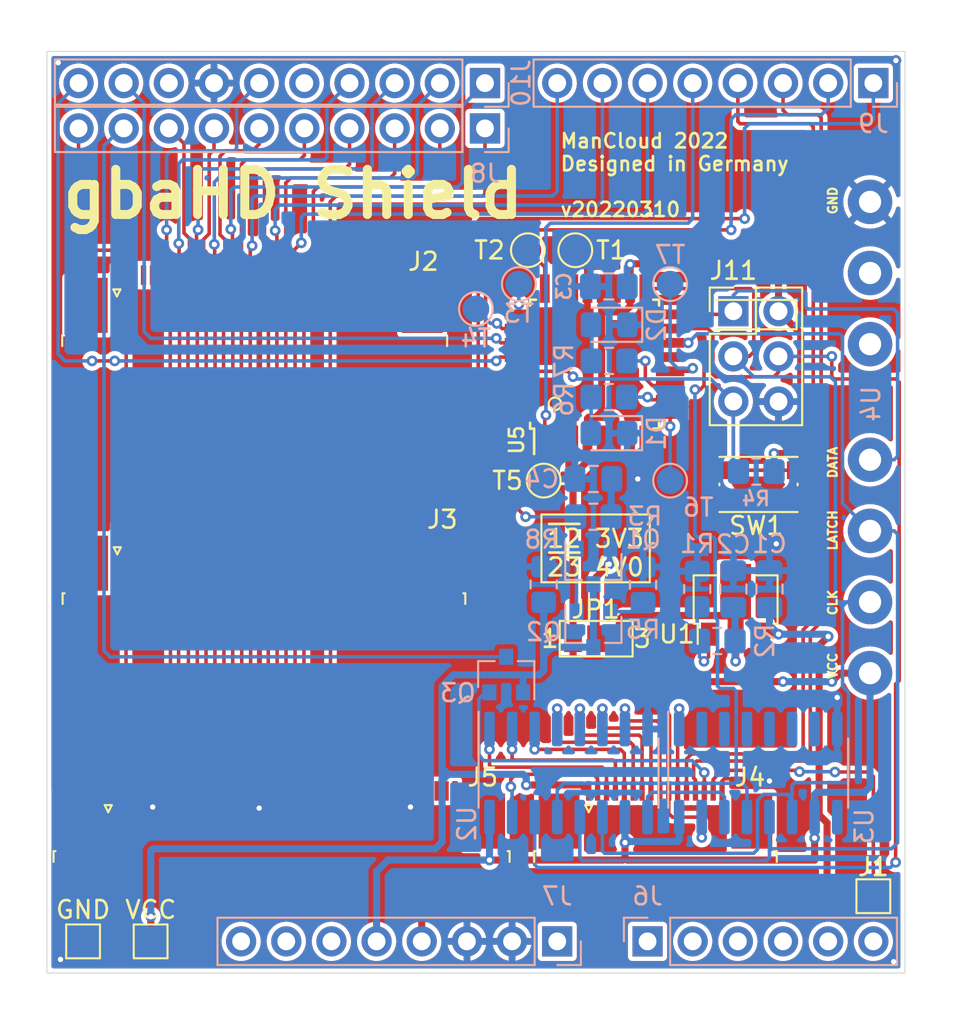
<source format=kicad_pcb>
(kicad_pcb (version 20211014) (generator pcbnew)
  (layers (0 "F.Cu" signal) (31 "B.Cu" signal) (34 "B.Paste" user) (35 "F.Paste" user) (36 "B.SilkS" user "B.Silkscreen") (37 "F.SilkS" user "F.Silkscreen") (38 "B.Mask" user) (39 "F.Mask" user) (44 "Edge.Cuts" user))
  (net 0 "")
  (net 1 "GND")
  (net 2 "GB_SPS")
  (net 3 "GB_R5")
  (net 4 "GB_G2")
  (net 5 "GB_B2")
  (net 6 "GB_B1")
  (net 7 "GB_G1")
  (net 8 "GB_B3")
  (net 9 "GB_G5")
  (net 10 "GB_DCLK")
  (net 11 "GB_R1")
  (net 12 "GB_R2")
  (net 13 "GB_G3")
  (net 14 "GB_B5")
  (net 15 "GB_B4")
  (net 16 "GB_R3")
  (net 17 "GB_G4")
  (net 18 "GB_R4")
  (net 19 "SP_ARD1")
  (net 20 "GBA_AUD1")
  (net 21 "GBA_AUD2")
  (net 22 "GBA_UP")
  (net 23 "GBA_START")
  (net 24 "GBA_DOWN")
  (net 25 "GBA_A")
  (net 26 "GBA_SELECT")
  (net 27 "GBA_L")
  (net 28 "GBA_CLK")
  (net 29 "GBA_LEFT")
  (net 30 "GBA_VCC")
  (net 31 "GBA_RGHT")
  (net 32 "GBA_R")
  (net 33 "GBA_B")
  (net 34 "AT_RST")
  (net 35 "ICSP_MOSI")
  (net 36 "ICSP_SCK")
  (net 37 "ICSP_MISO")
  (net 38 "SNS_LATCH")
  (net 39 "GBA_POWER_SEL")
  (net 40 "RX")
  (net 41 "QH_OUT-SER_IN")
  (net 42 "+5V")
  (net 43 "VCC")
  (net 44 "+4V")
  (net 45 "Net-(J1-Pad1)")
  (net 46 "+3V3")
  (net 47 "Net-(R1-Pad2)")
  (net 48 "Net-(T1-Pad1)")
  (net 49 "Net-(T2-Pad1)")
  (net 50 "Net-(T3-Pad1)")
  (net 51 "Net-(T4-Pad1)")
  (net 52 "Net-(T5-Pad1)")
  (net 53 "Net-(T6-Pad1)")
  (net 54 "Net-(T7-Pad1)")
  (net 55 "~{GBA_BUTTONS_EN}")
  (net 56 "Net-(D1-Pad2)")
  (net 57 "Net-(D2-Pad2)")
  (net 58 "GBA_CLK'")
  (net 59 "FPGA_COM")
  (net 60 "SP_ARSCL")
  (net 61 "SP_ARSDA")
  (net 62 "Net-(Q2-Pad2)")
  (net 63 "LED_RED")
  (net 64 "LED_GREEN")
  (net 113 "AR_A5")
  (net 114 "AR_A4")
  (net 115 "AR_A3")
  (net 116 "AR_A2")
  (net 117 "AR_A1")
  (net 118 "AR_A0")
  (net 121 "SP_ARRES")
  (net 122 "SP_VIN")
  (net 124 "SP_ARD12")
  (footprint "Connector_FFC-FPC:TE_4-1734839-0_1x40-1MP_P0.5mm_Horizontal" (layer "F.Cu") (at 57.394 69.85)
    (fp_text reference "J5")
    (fp_text value "FFC_OGBA_40")
  )
  (footprint "Connector_FFC-FPC:TE_1-1734839-6_1x16-1MP_P0.5mm_Horizontal" (layer "F.Cu") (at 78.42 69.85)
    (fp_text reference "J4")
    (fp_text value "Conn_01x16" hide)
  )
  (footprint "Connector_FFC-FPC:TE_3-1734839-2_1x32-1MP_P0.5mm_Horizontal" (layer "F.Cu") (at 55.88 40.85)
    (fp_text reference "J2")
    (fp_text value "FFC_OGBA_32")
  )
  (footprint "Jumper:SolderJumper-3_P1.3mm_Open_Pad1.0x1.5mm_NumberLabels" (layer "F.Cu") (at 75.087 59.944)
    (fp_text reference "JP1")
    (fp_text value "SolderJumper_3_Open")
  )
  (footprint "Connector_FFC-FPC:TE_3-1734839-4_1x34-1MP_P0.5mm_Horizontal" (layer "F.Cu") (at 56.402 55.35)
    (fp_text reference "J3")
    (fp_text value "FFC_GBA-SP")
  )
  (footprint "Package_TO_SOT_SMD:SOT-89-3" (layer "F.Cu") (at 82.931 58.039 90)
    (fp_text reference "U1")
    (fp_text value "AZ1117R-ADJ")
  )
  (footprint "Connector_PinHeader_2.54mm:PinHeader_2x03_P2.54mm_Vertical" (layer "F.Cu") (at 82.804 41.529)
    (fp_text reference "J11")
    (fp_text value "Conn_02x03_Odd_Even" hide)
  )
  (footprint "Button_Switch_SMD:SW_Push_1P1T_NO_CK_KMR2" (layer "F.Cu") (at 84.219 51.27)
    (fp_text reference "SW1")
    (fp_text value "SW_Push")
  )
  (footprint "Package_QFP:TQFP-32_7x7mm_P0.8mm" (layer "F.Cu") (at 74.998 44.507 90)
    (fp_text reference "U5")
    (fp_text value "ATmega328P-AU" hide)
  )
  (footprint "TestPoint:TestPoint_Pad_1.5x1.5mm" (layer "F.Cu") (at 90.678 74.422)
    (fp_text reference "J1")
    (fp_text value "Conn_01x01")
  )
  (footprint "TestPoint:TestPoint_Pad_D1.5mm" (layer "F.Cu") (at 71.247 38.1)
    (fp_text reference "T2")
    (fp_text value "Conn_01x01")
  )
  (footprint "TestPoint:TestPoint_Pad_D1.5mm" (layer "F.Cu") (at 72.136 51.054)
    (fp_text reference "T5")
    (fp_text value "Conn_01x01")
  )
  (footprint "TestPoint:TestPoint_Pad_D1.5mm" (layer "F.Cu") (at 73.914 38.1)
    (fp_text reference "T1")
    (fp_text value "Conn_01x01")
  )
  (footprint "TestPoint:TestPoint_Pad_1.5x1.5mm" (layer "F.Cu") (at 50.028 76.962)
    (fp_text reference "VCC1" hide)
    (fp_text value "Conn_01x01")
  )
  (footprint "TestPoint:TestPoint_Pad_1.5x1.5mm" (layer "F.Cu") (at 46.228 76.962)
    (fp_text reference "GND1" hide)
    (fp_text value "Conn_01x01")
  )
  (footprint "OFFSET:SNES_7PIN" (layer "B.Cu") (at 91 48 90)
    (fp_text reference "U4")
    (fp_text value "SNES_7PIN" hide)
  )
  (footprint "Resistor_SMD:R_0805_2012Metric_Pad1.20x1.40mm_HandSolder" (layer "B.Cu") (at 74.93 53.086)
    (fp_text reference "R3")
    (fp_text value "10K" hide)
  )
  (footprint "Connector_PinHeader_2.54mm:PinHeader_1x08_P2.54mm_Vertical" (layer "B.Cu") (at 72.898 76.962 90)
    (fp_text reference "J7")
    (fp_text value "Conn_01x08")
  )
  (footprint "Connector_PinHeader_2.54mm:PinHeader_1x10_P2.54mm_Vertical" (layer "B.Cu") (at 68.834 31.25 90)
    (fp_text reference "J8")
    (fp_text value "Conn_01x10")
  )
  (footprint "Connector_PinHeader_2.54mm:PinHeader_1x08_P2.54mm_Vertical" (layer "B.Cu") (at 90.678 28.702 90)
    (fp_text reference "J9")
    (fp_text value "Conn_01x08")
  )
  (footprint "Connector_PinHeader_2.54mm:PinHeader_1x10_P2.54mm_Vertical" (layer "B.Cu") (at 68.834 28.702 90)
    (fp_text reference "J10")
    (fp_text value "Conn_01x10")
  )
  (footprint "Package_SO:SOIC-16_3.9x9.9mm_P1.27mm" (layer "B.Cu") (at 84.201 67.499 -90)
    (fp_text reference "U3")
    (fp_text value "74HC595" hide)
  )
  (footprint "Capacitor_SMD:C_0805_2012Metric_Pad1.18x1.45mm_HandSolder" (layer "B.Cu") (at 75.7975 40.132)
    (fp_text reference "C3")
    (fp_text value "100nF" hide)
  )
  (footprint "Resistor_SMD:R_0805_2012Metric_Pad1.20x1.40mm_HandSolder" (layer "B.Cu") (at 80.772 57.15 -90)
    (fp_text reference "R1")
    (fp_text value "2.2k")
  )
  (footprint "Resistor_SMD:R_0805_2012Metric_Pad1.20x1.40mm_HandSolder" (layer "B.Cu") (at 81.899 60.071)
    (fp_text reference "R2")
    (fp_text value "1k")
  )
  (footprint "Capacitor_SMD:C_0805_2012Metric_Pad1.18x1.45mm_HandSolder" (layer "B.Cu") (at 84.836 57.15 -90)
    (fp_text reference "C1")
    (fp_text value "100nF" hide)
  )
  (footprint "Connector_PinHeader_2.54mm:PinHeader_1x06_P2.54mm_Vertical" (layer "B.Cu") (at 77.978 76.962 -90)
    (fp_text reference "J6")
    (fp_text value "Conn_01x06")
  )
  (footprint "Package_TO_SOT_SMD:SOT-23" (layer "B.Cu") (at 70.028 61.962 90)
    (fp_text reference "Q3")
    (fp_text value "Q_NMOS_GSD")
  )
  (footprint "Resistor_SMD:R_0805_2012Metric_Pad1.20x1.40mm_HandSolder" (layer "B.Cu") (at 77.724 56.912 -90)
    (fp_text reference "R5")
    (fp_text value "500")
  )
  (footprint "Package_TO_SOT_SMD:SOT-23" (layer "B.Cu") (at 74.93 55.88 -90)
    (fp_text reference "Q1")
    (fp_text value "Q_PMOS_GSD" hide)
  )
  (footprint "Capacitor_SMD:C_0805_2012Metric_Pad1.18x1.45mm_HandSolder" (layer "B.Cu") (at 82.804 57.15 -90)
    (fp_text reference "C2")
    (fp_text value "22u")
  )
  (footprint "LED_SMD:LED_0805_2012Metric_Pad1.15x1.40mm_HandSolder" (layer "B.Cu") (at 75.81 48.387 180)
    (fp_text reference "D1")
    (fp_text value "RED")
  )
  (footprint "LED_SMD:LED_0805_2012Metric_Pad1.15x1.40mm_HandSolder" (layer "B.Cu") (at 75.819 42.291 180)
    (fp_text reference "D2")
    (fp_text value "GREEN")
  )
  (footprint "Resistor_SMD:R_0805_2012Metric_Pad1.20x1.40mm_HandSolder" (layer "B.Cu") (at 75.819 44.323 180)
    (fp_text reference "R7")
    (fp_text value "1k")
  )
  (footprint "Resistor_SMD:R_0805_2012Metric_Pad1.20x1.40mm_HandSolder" (layer "B.Cu") (at 84.09 50.546 180)
    (fp_text reference "R4")
    (fp_text value "10K" hide)
  )
  (footprint "Resistor_SMD:R_0805_2012Metric_Pad1.20x1.40mm_HandSolder" (layer "B.Cu") (at 75.803 46.355 180)
    (fp_text reference "R6")
    (fp_text value "1k")
  )
  (footprint "Package_TO_SOT_SMD:SOT-23" (layer "B.Cu") (at 74.93 59.42 -90)
    (fp_text reference "Q2")
    (fp_text value "Q_NMOS_GSD")
  )
  (footprint "Resistor_SMD:R_0805_2012Metric_Pad1.20x1.40mm_HandSolder" (layer "B.Cu") (at 72.136 56.896 -90)
    (fp_text reference "R8")
    (fp_text value "10K")
  )
  (footprint "Package_SO:SOIC-16_3.9x9.9mm_P1.27mm" (layer "B.Cu") (at 73.533 67.499 -90)
    (fp_text reference "U2")
    (fp_text value "74HC595" hide)
  )
  (footprint "TestPoint:TestPoint_Pad_D1.5mm" (layer "B.Cu") (at 70.739 40.005)
    (fp_text reference "T3")
    (fp_text value "Conn_01x01")
  )
  (footprint "TestPoint:TestPoint_Pad_D1.5mm" (layer "B.Cu") (at 68.326 41.402)
    (fp_text reference "T4")
    (fp_text value "Conn_01x01")
  )
  (footprint "TestPoint:TestPoint_Pad_D1.5mm" (layer "B.Cu") (at 79.248 51.054)
    (fp_text reference "T6")
    (fp_text value "Conn_01x01")
  )
  (footprint "TestPoint:TestPoint_Pad_D1.5mm" (layer "B.Cu") (at 79.248 40.005)
    (fp_text reference "T7")
    (fp_text value "Conn_01x01")
  )
  (footprint "Capacitor_SMD:C_0805_2012Metric_Pad1.18x1.45mm_HandSolder" (layer "B.Cu") (at 74.93 50.962)
    (fp_text reference "C4")
    (fp_text value "47uF")
  )
  (gr_line (start 72.009 56.769) (end 72.009 52.959) (layer "F.SilkS") (width 0.12))
  (gr_line (start 86.36 42.545) (end 86.36 40.894) (layer "F.SilkS") (width 0.12))
  (gr_line (start 81.788 42.545) (end 86.36 42.545) (layer "F.SilkS") (width 0.12))
  (gr_line (start 86.36 40.894) (end 81.788 40.894) (layer "F.SilkS") (width 0.12))
  (gr_line (start 78.105 56.769) (end 78.105 52.959) (layer "F.SilkS") (width 0.12))
  (gr_circle (center 72.771 46.736) (end 72.521 46.986) (layer "F.SilkS") (width 0.12) (fill none))
  (gr_line (start 72.009 52.959) (end 78.105 52.959) (layer "F.SilkS") (width 0.12))
  (gr_line (start 78.105 56.769) (end 72.009 56.769) (layer "F.SilkS") (width 0.12))
  (gr_line (start 44.196 78.74) (end 44.196 26.924) (layer "Edge.Cuts") (width 0.05))
  (gr_line (start 92.456 26.924) (end 92.456 78.74) (layer "Edge.Cuts") (width 0.05))
  (gr_line (start 92.456 26.924) (end 44.196 26.924) (layer "Edge.Cuts") (width 0.05))
  (gr_line (start 92.456 78.74) (end 44.196 78.74) (layer "Edge.Cuts") (width 0.05))
  (gr_text "LATCH" (at 88.392 53.848 90) (layer "F.SilkS") (effects (font (size 0.5 0.5) (thickness 0.125))))
  (gr_text "gbaHD Shield" (at 44.831 34.943143) (layer "F.SilkS") (effects (font (size 2.54 2.54) (thickness 0.508)) (justify left)))
  (gr_text "ManCloud 2022\nDesigned in Germany\n\nv20220310" (at 72.9996 33.8836) (layer "F.SilkS") (effects (font (size 0.8 0.8)) (justify left)))
  (gr_text "~{12} 3V3\n~{23} 4V0" (at 75.057 55.118) (layer "F.SilkS") (effects (font (size 1 1))))
  (gr_text "GND" (at 46.228 75.184) (layer "F.SilkS") (effects (font (size 1 1))))
  (gr_text "CLK" (at 88.392 57.912 90) (layer "F.SilkS") (effects (font (size 0.5 0.5) (thickness 0.125))))
  (gr_text "VCC" (at 88.392 61.468 90) (layer "F.SilkS") (effects (font (size 0.5 0.5) (thickness 0.125))))
  (gr_text "VCC" (at 50.038 75.184) (layer "F.SilkS") (effects (font (size 1 1))))
  (gr_text "GND" (at 88.392 35.306 90) (layer "F.SilkS") (effects (font (size 0.5 0.5) (thickness 0.125))))
  (gr_text "DATA" (at 88.392 50.038 90) (layer "F.SilkS") (effects (font (size 0.5 0.5) (thickness 0.125))))
  (segment (start 50.652 53.996) (end 50.673 53.975) (width 0.2) (layer "F.Cu") (net 1))
  (segment (start 50.144 68.5) (end 50.144 69.407074) (width 0.2) (layer "F.Cu") (net 1))
  (segment (start 82.17 68.5) (end 82.17 69.468) (width 0.2) (layer "F.Cu") (net 1))
  (segment (start 63.652 54) (end 63.652 52.984) (width 0.2) (layer "F.Cu") (net 1))
  (segment (start 63.652 54) (end 63.652 54.331) (width 0.2) (layer "F.Cu") (net 1))
  (segment (start 56.144 69.459) (end 56.134 69.469) (width 0.2) (layer "F.Cu") (net 1))
  (segment (start 56.152 54) (end 56.152 52.977) (width 0.2) (layer "F.Cu") (net 1))
  (segment (start 64.644 69.407074) (end 64.644022 69.407096) (width 0.2) (layer "F.Cu") (net 1))
  (segment (start 50.652 54) (end 50.652 55.097) (width 0.2) (layer "F.Cu") (net 1))
  (segment (start 50.652 54) (end 50.652 53.996) (width 0.2) (layer "F.Cu") (net 1))
  (segment (start 50.144 69.407074) (end 50.144007 69.407081) (width 0.2) (layer "F.Cu") (net 1))
  (segment (start 56.144 68.5) (end 56.144 67.32) (width 0.2) (layer "F.Cu") (net 1))
  (segment (start 82.296 67.818) (end 82.677 67.818) (width 0.2) (layer "F.Cu") (net 1))
  (segment (start 64.644 68.5) (end 64.644 69.407074) (width 0.2) (layer "F.Cu") (net 1))
  (segment (start 63.652 54.331) (end 63.627 54.356) (width 0.2) (layer "F.Cu") (net 1))
  (segment (start 50.652 54) (end 50.652 52.98) (width 0.2) (layer "F.Cu") (net 1))
  (segment (start 82.17 68.5) (end 82.17 67.944) (width 0.2) (layer "F.Cu") (net 1))
  (segment (start 56.152 54) (end 56.152 55.1) (width 0.2) (layer "F.Cu") (net 1))
  (segment (start 56.144 68.5) (end 56.144 69.459) (width 0.2) (layer "F.Cu") (net 1))
  (segment (start 82.17 67.944) (end 82.296 67.818) (width 0.2) (layer "F.Cu") (net 1))
  (segment (start 50.144 68.5) (end 50.144 67.458) (width 0.2) (layer "F.Cu") (net 1))
  (segment (start 56.13 39.5) (end 56.13 40.636) (width 0.2) (layer "F.Cu") (net 1))
  (segment (start 64.644 68.5) (end 64.644 67.438) (width 0.2) (layer "F.Cu") (net 1))
  (segment (start 63.652 54) (end 63.652 55.093) (width 0.2) (layer "F.Cu") (net 1))
  (via (at 84.836 67.945) (size 0.6) (drill 0.3) (layers "F.Cu" "B.Cu") (net 1))
  (via (at 77.428 50.962) (size 0.6) (drill 0.3) (layers "F.Cu" "B.Cu") (net 1))
  (via (at 88.646 63.246) (size 0.6) (drill 0.3) (layers "F.Cu" "B.Cu") (net 1))
  (via (at 56.134 69.469) (size 0.6) (drill 0.3) (layers "F.Cu" "B.Cu") (net 1))
  (via (at 64.644022 69.407096) (size 0.6) (drill 0.3) (layers "F.Cu" "B.Cu") (net 1))
  (via (at 91.821 78.105) (size 0.6) (drill 0.3) (layers "F.Cu" "B.Cu") (net 1))
  (via (at 91.948 27.432) (size 0.6) (drill 0.3) (layers "F.Cu" "B.Cu") (net 1))
  (via (at 85.217 54.61) (size 0.6) (drill 0.3) (layers "F.Cu" "B.Cu") (net 1))
  (via (at 44.958 77.978) (size 0.6) (drill 0.3) (layers "F.Cu" "B.Cu") (net 1))
  (via (at 50.144007 69.407081) (size 0.6) (drill 0.3) (layers "F.Cu" "B.Cu") (net 1))
  (via (at 44.831 27.559) (size 0.6) (drill 0.3) (layers "F.Cu" "B.Cu") (net 1))
  (segment (start 60.452 35.052) (end 68.707 35.052) (width 0.2) (layer "F.Cu") (net 2))
  (segment (start 60.13 53.674338) (end 60.13 39.5) (width 0.2) (layer "F.Cu") (net 2))
  (segment (start 60.144 68.5) (end 60.144 54.008) (width 0.2) (layer "F.Cu") (net 2))
  (segment (start 60.144 54.008) (end 60.152 54) (width 0.2) (layer "F.Cu") (net 2))
  (segment (start 60.152 54) (end 60.152 53.696338) (width 0.2) (layer "F.Cu") (net 2))
  (segment (start 60.13 39.5) (end 60.13 35.374) (width 0.2) (layer "F.Cu") (net 2))
  (segment (start 60.13 35.374) (end 60.452 35.052) (width 0.2) (layer "F.Cu") (net 2))
  (segment (start 68.834 34.925) (end 68.834 31.25) (width 0.2) (layer "F.Cu") (net 2))
  (segment (start 68.707 35.052) (end 68.834 34.925) (width 0.2) (layer "F.Cu") (net 2))
  (segment (start 60.152 53.696338) (end 60.13 53.674338) (width 0.2) (layer "F.Cu") (net 2))
  (segment (start 51.13 53.978) (end 51.152 54) (width 0.2) (layer "F.Cu") (net 3))
  (segment (start 51.144 68.5) (end 51.144 54.008) (width 0.2) (layer "F.Cu") (net 3))
  (segment (start 51.13 38.75) (end 50.927 38.547) (width 0.2) (layer "F.Cu") (net 3))
  (segment (start 50.927 38.547) (end 50.927 36.957) (width 0.2) (layer "F.Cu") (net 3))
  (segment (start 51.13 39.5) (end 51.13 38.75) (width 0.2) (layer "F.Cu") (net 3))
  (segment (start 51.144 54.008) (end 51.152 54) (width 0.2) (layer "F.Cu") (net 3))
  (segment (start 51.13 39.5) (end 51.13 53.978) (width 0.2) (layer "F.Cu") (net 3))
  (via (at 50.927 36.957) (size 0.6) (drill 0.3) (layers "F.Cu" "B.Cu") (net 3))
  (segment (start 54.864 29.972) (end 56.134 28.702) (width 0.2) (layer "B.Cu") (net 3))
  (segment (start 54.737 32.512) (end 54.864 32.385) (width 0.2) (layer "B.Cu") (net 3))
  (segment (start 50.927 36.957) (end 50.927 32.766) (width 0.2) (layer "B.Cu") (net 3))
  (segment (start 50.927 32.766) (end 51.181 32.512) (width 0.2) (layer "B.Cu") (net 3))
  (segment (start 54.864 32.385) (end 54.864 29.972) (width 0.2) (layer "B.Cu") (net 3))
  (segment (start 51.181 32.512) (end 54.737 32.512) (width 0.2) (layer "B.Cu") (net 3))
  (segment (start 55.137012 39.492988) (end 55.137012 33.254988) (width 0.2) (layer "F.Cu") (net 4))
  (segment (start 55.137012 33.254988) (end 55.372 33.02) (width 0.2) (layer "F.Cu") (net 4))
  (segment (start 55.13 39.5) (end 55.13 53.978) (width 0.2) (layer "F.Cu") (net 4))
  (segment (start 55.13 39.5) (end 55.137012 39.492988) (width 0.2) (layer "F.Cu") (net 4))
  (segment (start 58.674 32.766) (end 58.674 31.25) (width 0.2) (layer "F.Cu") (net 4))
  (segment (start 55.144 68.254834) (end 55.152 68.246834) (width 0.2) (layer "F.Cu") (net 4))
  (segment (start 55.13 53.978) (end 55.152 54) (width 0.2) (layer "F.Cu") (net 4))
  (segment (start 55.372 33.02) (end 58.42 33.02) (width 0.2) (layer "F.Cu") (net 4))
  (segment (start 55.152 68.246834) (end 55.152 54) (width 0.2) (layer "F.Cu") (net 4))
  (segment (start 55.144 68.5) (end 55.144 68.254834) (width 0.2) (layer "F.Cu") (net 4))
  (segment (start 58.42 33.02) (end 58.674 32.766) (width 0.2) (layer "F.Cu") (net 4))
  (segment (start 58.152 54) (end 58.152 39.522) (width 0.2) (layer "F.Cu") (net 5))
  (segment (start 58.13 39.5) (end 58.13 38.056766) (width 0.2) (layer "F.Cu") (net 5))
  (segment (start 58.144 68.5) (end 58.144 68.177) (width 0.2) (layer "F.Cu") (net 5))
  (segment (start 58.144 68.177) (end 58.152 68.169) (width 0.2) (layer "F.Cu") (net 5))
  (segment (start 58.152 68.169) (end 58.152 54) (width 0.2) (layer "F.Cu") (net 5))
  (segment (start 58.13 38.056766) (end 58.502766 37.684) (width 0.2) (layer "F.Cu") (net 5))
  (segment (start 58.152 39.522) (end 58.13 39.5) (width 0.2) (layer "F.Cu") (net 5))
  (via (at 58.502766 37.684) (size 0.6) (drill 0.3) (layers "F.Cu" "B.Cu") (net 5))
  (segment (start 58.674 36.068) (end 77.724 36.068) (width 0.2) (layer "B.Cu") (net 5))
  (segment (start 58.502766 36.239234) (end 58.674 36.068) (width 0.2) (layer "B.Cu") (net 5))
  (segment (start 58.502766 37.684) (end 58.502766 36.239234) (width 0.2) (layer "B.Cu") (net 5))
  (segment (start 77.724 36.068) (end 77.978 35.814) (width 0.2) (layer "B.Cu") (net 5))
  (segment (start 77.978 35.814) (end 77.978 28.702) (width 0.2) (layer "B.Cu") (net 5))
  (segment (start 58.652 39.69) (end 58.652 54) (width 0.2) (layer "F.Cu") (net 6))
  (segment (start 66.294 34.417) (end 66.294 31.25) (width 0.2) (layer "F.Cu") (net 6))
  (segment (start 58.63 38.75) (end 59.182 38.198) (width 0.2) (layer "F.Cu") (net 6))
  (segment (start 58.63 39.5) (end 58.63 38.75) (width 0.2) (layer "F.Cu") (net 6))
  (segment (start 58.652 68.492) (end 58.644 68.5) (width 0.2) (layer "F.Cu") (net 6))
  (segment (start 59.182 34.798) (end 59.436 34.544) (width 0.2) (layer "F.Cu") (net 6))
  (segment (start 58.652 54) (end 58.652 68.492) (width 0.2) (layer "F.Cu") (net 6))
  (segment (start 58.63 39.5) (end 58.63 39.668) (width 0.2) (layer "F.Cu") (net 6))
  (segment (start 66.167 34.544) (end 66.294 34.417) (width 0.2) (layer "F.Cu") (net 6))
  (segment (start 59.436 34.544) (end 66.167 34.544) (width 0.2) (layer "F.Cu") (net 6))
  (segment (start 59.182 38.198) (end 59.182 34.798) (width 0.2) (layer "F.Cu") (net 6))
  (segment (start 58.63 39.668) (end 58.652 39.69) (width 0.2) (layer "F.Cu") (net 6))
  (segment (start 55.63 39.5) (end 55.63 37.953012) (width 0.2) (layer "F.Cu") (net 7))
  (segment (start 55.652 68.492) (end 55.644 68.5) (width 0.2) (layer "F.Cu") (net 7))
  (segment (start 55.652 53.840904) (end 55.63 53.818904) (width 0.2) (layer "F.Cu") (net 7))
  (segment (start 55.652 54) (end 55.652 53.840904) (width 0.2) (layer "F.Cu") (net 7))
  (segment (start 55.652 54) (end 55.652 68.492) (width 0.2) (layer "F.Cu") (net 7))
  (segment (start 55.63 53.818904) (end 55.63 39.5) (width 0.2) (layer "F.Cu") (net 7))
  (segment (start 55.63 37.953012) (end 55.737012 37.846) (width 0.2) (layer "F.Cu") (net 7))
  (via (at 55.737012 37.846) (size 0.6) (drill 0.3) (layers "F.Cu" "B.Cu") (net 7))
  (segment (start 72.644 35.052) (end 72.898 34.798) (width 0.2) (layer "B.Cu") (net 7))
  (segment (start 55.737012 35.194988) (end 55.88 35.052) (width 0.2) (layer "B.Cu") (net 7))
  (segment (start 55.737012 37.846) (end 55.737012 35.194988) (width 0.2) (layer "B.Cu") (net 7))
  (segment (start 55.88 35.052) (end 72.644 35.052) (width 0.2) (layer "B.Cu") (net 7))
  (segment (start 72.898 34.798) (end 72.898 28.702) (width 0.2) (layer "B.Cu") (net 7))
  (segment (start 57.644 54.243) (end 57.644 68.5) (width 0.2) (layer "F.Cu") (net 8))
  (segment (start 57.912 34.036) (end 63.5 34.036) (width 0.2) (layer "F.Cu") (net 8))
  (segment (start 57.63 39.5) (end 57.63 34.318) (width 0.2) (layer "F.Cu") (net 8))
  (segment (start 57.63 53.978) (end 57.652 54) (width 0.2) (layer "F.Cu") (net 8))
  (segment (start 57.652 54) (end 57.652 54.235) (width 0.2) (layer "F.Cu") (net 8))
  (segment (start 57.652 54.235) (end 57.644 54.243) (width 0.2) (layer "F.Cu") (net 8))
  (segment (start 57.63 39.5) (end 57.63 53.978) (width 0.2) (layer "F.Cu") (net 8))
  (segment (start 63.754 33.782) (end 63.754 31.25) (width 0.2) (layer "F.Cu") (net 8))
  (segment (start 63.5 34.036) (end 63.754 33.782) (width 0.2) (layer "F.Cu") (net 8))
  (segment (start 57.63 34.318) (end 57.912 34.036) (width 0.2) (layer "F.Cu") (net 8))
  (segment (start 53.63 37.791751) (end 53.609978 37.771729) (width 0.2) (layer "F.Cu") (net 9))
  (segment (start 53.644 54.008) (end 53.652 54) (width 0.2) (layer "F.Cu") (net 9))
  (segment (start 53.652 39.522) (end 53.63 39.5) (width 0.2) (layer "F.Cu") (net 9))
  (segment (start 53.644 68.5) (end 53.644 54.008) (width 0.2) (layer "F.Cu") (net 9))
  (segment (start 53.63 39.5) (end 53.63 37.791751) (width 0.2) (layer "F.Cu") (net 9))
  (segment (start 53.652 54) (end 53.652 39.522) (width 0.2) (layer "F.Cu") (net 9))
  (via (at 53.609978 37.771729) (size 0.6) (drill 0.3) (layers "F.Cu" "B.Cu") (net 9))
  (segment (start 66.294 28.702) (end 65.024 29.972) (width 0.2) (layer "B.Cu") (net 9))
  (segment (start 65.024 33.782) (end 64.77 34.036) (width 0.2) (layer "B.Cu") (net 9))
  (segment (start 64.77 34.036) (end 53.848 34.036) (width 0.2) (layer "B.Cu") (net 9))
  (segment (start 65.024 29.972) (end 65.024 33.782) (width 0.2) (layer "B.Cu") (net 9))
  (segment (start 53.848 34.036) (end 53.609978 34.274022) (width 0.2) (layer "B.Cu") (net 9))
  (segment (start 53.609978 34.274022) (end 53.609978 37.771729) (width 0.2) (layer "B.Cu") (net 9))
  (segment (start 48.652 54) (end 48.652 54.082264) (width 0.2) (layer "F.Cu") (net 10))
  (segment (start 48.63 39.5) (end 48.63 38.216) (width 0.2) (layer "F.Cu") (net 10))
  (segment (start 48.514 38.1) (end 46.101 38.1) (width 0.2) (layer "F.Cu") (net 10))
  (segment (start 48.644 54.090264) (end 48.644 68.5) (width 0.2) (layer "F.Cu") (net 10))
  (segment (start 48.652 54.082264) (end 48.644 54.090264) (width 0.2) (layer "F.Cu") (net 10))
  (segment (start 46.101 38.1) (end 45.974 37.973) (width 0.2) (layer "F.Cu") (net 10))
  (segment (start 48.652 54) (end 48.652 39.522) (width 0.2) (layer "F.Cu") (net 10))
  (segment (start 45.974 37.973) (end 45.974 31.25) (width 0.2) (layer "F.Cu") (net 10))
  (segment (start 48.652 39.522) (end 48.63 39.5) (width 0.2) (layer "F.Cu") (net 10))
  (segment (start 48.63 38.216) (end 48.514 38.1) (width 0.2) (layer "F.Cu") (net 10))
  (segment (start 53.13 39.5) (end 53.13 38.179753) (width 0.2) (layer "F.Cu") (net 11))
  (segment (start 53.13 39.5) (end 53.13 39.546661) (width 0.2) (layer "F.Cu") (net 11))
  (segment (start 53.144 55.45774) (end 53.152 55.44974) (width 0.2) (layer "F.Cu") (net 11))
  (segment (start 53.321977 32.724104) (end 53.594 32.452081) (width 0.2) (layer "F.Cu") (net 11))
  (segment (start 53.152 39.568661) (end 53.152 54) (width 0.2) (layer "F.Cu") (net 11))
  (segment (start 53.144 68.5) (end 53.144 55.45774) (width 0.2) (layer "F.Cu") (net 11))
  (segment (start 53.152 55.44974) (end 53.152 54) (width 0.2) (layer "F.Cu") (net 11))
  (segment (start 53.009977 37.483728) (end 53.321977 37.171728) (width 0.2) (layer "F.Cu") (net 11))
  (segment (start 53.13 38.179753) (end 53.009977 38.05973) (width 0.2) (layer "F.Cu") (net 11))
  (segment (start 53.594 32.452081) (end 53.594 31.25) (width 0.2) (layer "F.Cu") (net 11))
  (segment (start 53.13 39.546661) (end 53.152 39.568661) (width 0.2) (layer "F.Cu") (net 11))
  (segment (start 53.321977 37.171728) (end 53.321977 32.724104) (width 0.2) (layer "F.Cu") (net 11))
  (segment (start 53.009977 38.05973) (end 53.009977 37.483728) (width 0.2) (layer "F.Cu") (net 11))
  (segment (start 52.652 39.522) (end 52.63 39.5) (width 0.2) (layer "F.Cu") (net 12))
  (segment (start 52.609966 37.035196) (end 52.696581 36.948581) (width 0.2) (layer "F.Cu") (net 12))
  (segment (start 52.609966 39.479966) (end 52.609966 37.035196) (width 0.2) (layer "F.Cu") (net 12))
  (segment (start 52.652 54) (end 52.652 68.492) (width 0.2) (layer "F.Cu") (net 12))
  (segment (start 52.63 39.5) (end 52.609966 39.479966) (width 0.2) (layer "F.Cu") (net 12))
  (segment (start 52.652 68.492) (end 52.644 68.5) (width 0.2) (layer "F.Cu") (net 12))
  (segment (start 52.652 54) (end 52.652 39.522) (width 0.2) (layer "F.Cu") (net 12))
  (via (at 52.696581 36.948581) (size 0.6) (drill 0.3) (layers "F.Cu" "B.Cu") (net 12))
  (segment (start 62.484 29.972) (end 62.484 33.401) (width 0.2) (layer "B.Cu") (net 12))
  (segment (start 62.357 33.528) (end 52.832 33.528) (width 0.2) (layer "B.Cu") (net 12))
  (segment (start 63.754 28.702) (end 62.484 29.972) (width 0.2) (layer "B.Cu") (net 12))
  (segment (start 52.832 33.528) (end 52.696581 33.663419) (width 0.2) (layer "B.Cu") (net 12))
  (segment (start 62.484 33.401) (end 62.357 33.528) (width 0.2) (layer "B.Cu") (net 12))
  (segment (start 52.696581 33.663419) (end 52.696581 36.948581) (width 0.2) (layer "B.Cu") (net 12))
  (segment (start 54.644 68.5) (end 54.644 54.008) (width 0.2) (layer "F.Cu") (net 13))
  (segment (start 54.644 54.008) (end 54.652 54) (width 0.2) (layer "F.Cu") (net 13))
  (segment (start 54.63 39.5) (end 54.63 37.011871) (width 0.2) (layer "F.Cu") (net 13))
  (segment (start 54.63 37.011871) (end 54.537002 36.918873) (width 0.2) (layer "F.Cu") (net 13))
  (segment (start 54.652 39.522) (end 54.63 39.5) (width 0.2) (layer "F.Cu") (net 13))
  (segment (start 54.652 54) (end 54.652 39.522) (width 0.2) (layer "F.Cu") (net 13))
  (via (at 54.537002 36.918873) (size 0.6) (drill 0.3) (layers "F.Cu" "B.Cu") (net 13))
  (segment (start 54.537002 34.743998) (end 54.537002 36.918873) (width 0.2) (layer "B.Cu") (net 13))
  (segment (start 67.564 29.972) (end 67.564 34.29) (width 0.2) (layer "B.Cu") (net 13))
  (segment (start 67.31 34.544) (end 54.737 34.544) (width 0.2) (layer "B.Cu") (net 13))
  (segment (start 54.737 34.544) (end 54.537002 34.743998) (width 0.2) (layer "B.Cu") (net 13))
  (segment (start 67.564 34.29) (end 67.31 34.544) (width 0.2) (layer "B.Cu") (net 13))
  (segment (start 68.834 28.702) (end 67.564 29.972) (width 0.2) (layer "B.Cu") (net 13))
  (segment (start 56.652 54) (end 56.652 54.502833) (width 0.2) (layer "F.Cu") (net 14))
  (segment (start 56.652 54.502833) (end 56.644 54.510833) (width 0.2) (layer "F.Cu") (net 14))
  (segment (start 61.214 33.274) (end 61.214 31.25) (width 0.2) (layer "F.Cu") (net 14))
  (segment (start 56.63 39.5) (end 56.63 37.483566) (width 0.2) (layer "F.Cu") (net 14))
  (segment (start 56.429989 37.283555) (end 56.429989 33.740011) (width 0.2) (layer "F.Cu") (net 14))
  (segment (start 60.96 33.528) (end 61.214 33.274) (width 0.2) (layer "F.Cu") (net 14))
  (segment (start 56.63 37.483566) (end 56.429989 37.283555) (width 0.2) (layer "F.Cu") (net 14))
  (segment (start 56.642 33.528) (end 60.96 33.528) (width 0.2) (layer "F.Cu") (net 14))
  (segment (start 56.429989 33.740011) (end 56.642 33.528) (width 0.2) (layer "F.Cu") (net 14))
  (segment (start 56.644 54.510833) (end 56.644 68.5) (width 0.2) (layer "F.Cu") (net 14))
  (segment (start 56.63 39.5) (end 56.63 39.509) (width 0.2) (layer "F.Cu") (net 14))
  (segment (start 56.63 39.509) (end 56.652 39.531) (width 0.2) (layer "F.Cu") (net 14))
  (segment (start 56.652 39.531) (end 56.652 54) (width 0.2) (layer "F.Cu") (net 14))
  (segment (start 57.13 37.095564) (end 57.02999 36.995554) (width 0.2) (layer "F.Cu") (net 15))
  (segment (start 57.144 54.137843) (end 57.152 54.129843) (width 0.2) (layer "F.Cu") (net 15))
  (segment (start 57.152 54) (end 57.152 53.650551) (width 0.2) (layer "F.Cu") (net 15))
  (segment (start 57.152 54.129843) (end 57.152 54) (width 0.2) (layer "F.Cu") (net 15))
  (segment (start 57.152 53.650551) (end 57.13 53.628551) (width 0.2) (layer "F.Cu") (net 15))
  (segment (start 57.13 39.5) (end 57.13 37.095564) (width 0.2) (layer "F.Cu") (net 15))
  (segment (start 57.144 68.5) (end 57.144 54.137843) (width 0.2) (layer "F.Cu") (net 15))
  (segment (start 57.13 53.628551) (end 57.13 39.5) (width 0.2) (layer "F.Cu") (net 15))
  (via (at 57.02999 36.995554) (size 0.6) (drill 0.3) (layers "F.Cu" "B.Cu") (net 15))
  (segment (start 57.277 35.56) (end 57.02999 35.80701) (width 0.2) (layer "B.Cu") (net 15))
  (segment (start 75.438 35.306) (end 75.184 35.56) (width 0.2) (layer "B.Cu") (net 15))
  (segment (start 75.184 35.56) (end 57.277 35.56) (width 0.2) (layer "B.Cu") (net 15))
  (segment (start 57.02999 35.80701) (end 57.02999 36.995554) (width 0.2) (layer "B.Cu") (net 15))
  (segment (start 75.438 28.702) (end 75.438 35.306) (width 0.2) (layer "B.Cu") (net 15))
  (segment (start 52.209956 37.436723) (end 51.903999 37.130766) (width 0.2) (layer "F.Cu") (net 16))
  (segment (start 51.903999 37.130766) (end 51.903999 32.099999) (width 0.2) (layer "F.Cu") (net 16))
  (segment (start 52.152 68.117) (end 52.152 54) (width 0.2) (layer "F.Cu") (net 16))
  (segment (start 52.13 39.5) (end 52.13 38.418335) (width 0.2) (layer "F.Cu") (net 16))
  (segment (start 52.13 38.418335) (end 52.209956 38.338379) (width 0.2) (layer "F.Cu") (net 16))
  (segment (start 52.144 68.5) (end 52.144 68.125) (width 0.2) (layer "F.Cu") (net 16))
  (segment (start 52.13 53.978) (end 52.152 54) (width 0.2) (layer "F.Cu") (net 16))
  (segment (start 51.903999 32.099999) (end 51.054 31.25) (width 0.2) (layer "F.Cu") (net 16))
  (segment (start 52.13 39.5) (end 52.13 53.978) (width 0.2) (layer "F.Cu") (net 16))
  (segment (start 52.209956 38.338379) (end 52.209956 37.436723) (width 0.2) (layer "F.Cu") (net 16))
  (segment (start 52.144 68.125) (end 52.152 68.117) (width 0.2) (layer "F.Cu") (net 16))
  (segment (start 54.13 53.978) (end 54.152 54) (width 0.2) (layer "F.Cu") (net 17))
  (segment (start 54.209988 38.076561) (end 54.209988 37.504218) (width 0.2) (layer "F.Cu") (net 17))
  (segment (start 54.152 54) (end 54.152 68.492) (width 0.2) (layer "F.Cu") (net 17))
  (segment (start 55.753 32.512) (end 56.134 32.131) (width 0.2) (layer "F.Cu") (net 17))
  (segment (start 56.134 32.131) (end 56.134 31.25) (width 0.2) (layer "F.Cu") (net 17))
  (segment (start 54.13 39.5) (end 54.13 53.978) (width 0.2) (layer "F.Cu") (net 17))
  (segment (start 54.13 39.5) (end 54.13 38.156549) (width 0.2) (layer "F.Cu") (net 17))
  (segment (start 54.13 38.156549) (end 54.209988 38.076561) (width 0.2) (layer "F.Cu") (net 17))
  (segment (start 54.229 32.512) (end 55.753 32.512) (width 0.2) (layer "F.Cu") (net 17))
  (segment (start 53.929988 32.811012) (end 54.229 32.512) (width 0.2) (layer "F.Cu") (net 17))
  (segment (start 54.152 68.492) (end 54.144 68.5) (width 0.2) (layer "F.Cu") (net 17))
  (segment (start 54.209988 37.504218) (end 53.929988 37.224218) (width 0.2) (layer "F.Cu") (net 17))
  (segment (start 53.929988 37.224218) (end 53.929988 32.811012) (width 0.2) (layer "F.Cu") (net 17))
  (segment (start 51.63 39.5) (end 51.63 37.739054) (width 0.2) (layer "F.Cu") (net 18))
  (segment (start 51.602001 68.458001) (end 51.644 68.5) (width 0.2) (layer "F.Cu") (net 18))
  (segment (start 51.652 39.522) (end 51.63 39.5) (width 0.2) (layer "F.Cu") (net 18))
  (segment (start 51.602001 54.005864) (end 51.602001 68.458001) (width 0.2) (layer "F.Cu") (net 18))
  (segment (start 51.607865 54) (end 51.602001 54.005864) (width 0.2) (layer "F.Cu") (net 18))
  (segment (start 51.652 54) (end 51.607865 54) (width 0.2) (layer "F.Cu") (net 18))
  (segment (start 51.652 54) (end 51.652 39.522) (width 0.2) (layer "F.Cu") (net 18))
  (segment (start 51.63 37.739054) (end 51.609946 37.719) (width 0.2) (layer "F.Cu") (net 18))
  (via (at 51.609946 37.719) (size 0.6) (drill 0.3) (layers "F.Cu" "B.Cu") (net 18))
  (segment (start 51.609946 33.226054) (end 51.609946 37.719) (width 0.2) (layer "B.Cu") (net 18))
  (segment (start 61.214 28.702) (end 59.944 29.972) (width 0.2) (layer "B.Cu") (net 18))
  (segment (start 59.944 29.972) (end 59.944 32.885999) (width 0.2) (layer "B.Cu") (net 18))
  (segment (start 59.944 32.885999) (end 59.809999 33.02) (width 0.2) (layer "B.Cu") (net 18))
  (segment (start 51.816 33.02) (end 51.609946 33.226054) (width 0.2) (layer "B.Cu") (net 18))
  (segment (start 59.809999 33.02) (end 51.816 33.02) (width 0.2) (layer "B.Cu") (net 18))
  (segment (start 70.748 45.707) (end 69.075 45.707) (width 0.2) (layer "F.Cu") (net 19))
  (segment (start 69.075 45.707) (end 68.868999 45.500999) (width 0.2) (layer "F.Cu") (net 19))
  (segment (start 68.868999 37.118999) (end 69.030998 36.957) (width 0.2) (layer "F.Cu") (net 19))
  (segment (start 69.030998 36.957) (end 82.677 36.957) (width 0.2) (layer "F.Cu") (net 19))
  (segment (start 68.868999 45.500999) (end 68.868999 37.118999) (width 0.2) (layer "F.Cu") (net 19))
  (via (at 82.677 36.957) (size 0.6) (drill 0.3) (layers "F.Cu" "B.Cu") (net 19))
  (segment (start 87.757 30.48) (end 82.931 30.48) (width 0.2) (layer "B.Cu") (net 19))
  (segment (start 82.677 30.734) (end 82.677 36.957) (width 0.2) (layer "B.Cu") (net 19))
  (segment (start 88.138 28.702) (end 88.138 30.099) (width 0.2) (layer "B.Cu") (net 19))
  (segment (start 82.931 30.48) (end 82.677 30.734) (width 0.2) (layer "B.Cu") (net 19))
  (segment (start 88.138 30.099) (end 87.757 30.48) (width 0.2) (layer "B.Cu") (net 19))
  (segment (start 80.67 68.5) (end 80.67 67.877002) (width 0.2) (layer "F.Cu") (net 20))
  (segment (start 80.570011 67.003989) (end 80.752989 66.821011) (width 0.2) (layer "F.Cu") (net 20))
  (segment (start 87.741963 30.655463) (end 87.5665 30.48) (width 0.2) (layer "F.Cu") (net 20))
  (segment (start 85.598 30.226) (end 85.598 28.702) (width 0.2) (layer "F.Cu") (net 20))
  (segment (start 87.129989 59.609889) (end 87.741963 58.997915) (width 0.2) (layer "F.Cu") (net 20))
  (segment (start 85.852 30.48) (end 85.598 30.226) (width 0.2) (layer "F.Cu") (net 20))
  (segment (start 87.129989 66.667011) (end 87.129989 59.609889) (width 0.2) (layer "F.Cu") (net 20))
  (segment (start 80.752989 66.821011) (end 86.975989 66.821011) (width 0.2) (layer "F.Cu") (net 20))
  (segment (start 87.741963 58.997915) (end 87.741963 30.655463) (width 0.2) (layer "F.Cu") (net 20))
  (segment (start 86.975989 66.821011) (end 87.129989 66.667011) (width 0.2) (layer "F.Cu") (net 20))
  (segment (start 80.67 67.877002) (end 80.570011 67.777013) (width 0.2) (layer "F.Cu") (net 20))
  (segment (start 87.5665 30.48) (end 85.852 30.48) (width 0.2) (layer "F.Cu") (net 20))
  (segment (start 80.570011 67.777013) (end 80.570011 67.003989) (width 0.2) (layer "F.Cu") (net 20))
  (segment (start 86.487 66.421) (end 86.729978 66.178022) (width 0.2) (layer "F.Cu") (net 21))
  (segment (start 86.729978 59.4442) (end 87.298762 58.875416) (width 0.2) (layer "F.Cu") (net 21))
  (segment (start 80.457 66.421) (end 86.487 66.421) (width 0.2) (layer "F.Cu") (net 21))
  (segment (start 83.058 30.861) (end 83.058 28.702) (width 0.2) (layer "F.Cu") (net 21))
  (segment (start 86.729978 66.178022) (end 86.729978 59.4442) (width 0.2) (layer "F.Cu") (net 21))
  (segment (start 87.122 30.988) (end 83.185 30.988) (width 0.2) (layer "F.Cu") (net 21))
  (segment (start 87.298762 31.164762) (end 87.122 30.988) (width 0.2) (layer "F.Cu") (net 21))
  (segment (start 80.17 68.5) (end 80.17 66.708) (width 0.2) (layer "F.Cu") (net 21))
  (segment (start 80.17 66.708) (end 80.457 66.421) (width 0.2) (layer "F.Cu") (net 21))
  (segment (start 83.185 30.988) (end 83.058 30.861) (width 0.2) (layer "F.Cu") (net 21))
  (segment (start 87.298762 58.875416) (end 87.298762 31.164762) (width 0.2) (layer "F.Cu") (net 21))
  (segment (start 70.564112 67.567023) (end 70.287045 67.84409) (width 0.2) (layer "F.Cu") (net 22))
  (segment (start 74.933023 67.567023) (end 70.564112 67.567023) (width 0.2) (layer "F.Cu") (net 22))
  (segment (start 75.17 67.804) (end 74.933023 67.567023) (width 0.2) (layer "F.Cu") (net 22))
  (segment (start 70.287045 67.84409) (end 70.287045 68.268354) (width 0.2) (layer "F.Cu") (net 22))
  (segment (start 75.17 68.5) (end 75.17 67.804) (width 0.2) (layer "F.Cu") (net 22))
  (via (at 70.287045 68.268354) (size 0.6) (drill 0.3) (layers "F.Cu" "B.Cu") (net 22))
  (segment (start 70.358 69.974) (end 70.358 68.339309) (width 0.2) (layer "B.Cu") (net 22))
  (segment (start 70.358 68.339309) (end 70.287045 68.268354) (width 0.2) (layer "B.Cu") (net 22))
  (segment (start 79.17 68.5) (end 79.17 69.772) (width 0.2) (layer "F.Cu") (net 23))
  (segment (start 79.375 69.977) (end 80.772 69.977) (width 0.2) (layer "F.Cu") (net 23))
  (segment (start 80.772 69.977) (end 81.026 70.231) (width 0.2) (layer "F.Cu") (net 23))
  (segment (start 79.17 69.772) (end 79.375 69.977) (width 0.2) (layer "F.Cu") (net 23))
  (segment (start 81.026 70.231) (end 81.026 71.12) (width 0.2) (layer "F.Cu") (net 23))
  (via (at 81.026 71.12) (size 0.6) (drill 0.3) (layers "F.Cu" "B.Cu") (net 23))
  (segment (start 81.026 71.12) (end 81.026 69.974) (width 0.2) (layer "B.Cu") (net 23))
  (segment (start 69.199012 67.167012) (end 75.422012 67.167012) (width 0.2) (layer "F.Cu") (net 24))
  (segment (start 75.422012 67.167012) (end 75.67 67.415) (width 0.2) (layer "F.Cu") (net 24))
  (segment (start 75.67 67.415) (end 75.67 68.5) (width 0.2) (layer "F.Cu") (net 24))
  (segment (start 69.088 66.167) (end 69.088 67.056) (width 0.2) (layer "F.Cu") (net 24))
  (segment (start 69.088 67.056) (end 69.199012 67.167012) (width 0.2) (layer "F.Cu") (net 24))
  (via (at 69.088 66.167) (size 0.6) (drill 0.3) (layers "F.Cu" "B.Cu") (net 24))
  (segment (start 69.088 65.024) (end 69.088 66.167) (width 0.2) (layer "B.Cu") (net 24))
  (segment (start 73.11398 65.76699) (end 72.898 65.55101) (width 0.2) (layer "F.Cu") (net 25))
  (segment (start 77.00649 65.76699) (end 73.11398 65.76699) (width 0.2) (layer "F.Cu") (net 25))
  (segment (start 77.17 68.5) (end 77.17 65.9305) (width 0.2) (layer "F.Cu") (net 25))
  (segment (start 77.17 65.9305) (end 77.00649 65.76699) (width 0.2) (layer "F.Cu") (net 25))
  (segment (start 72.898 65.55101) (end 72.898 63.881) (width 0.2) (layer "F.Cu") (net 25))
  (via (at 72.898 63.881) (size 0.6) (drill 0.3) (layers "F.Cu" "B.Cu") (net 25))
  (segment (start 72.898 63.881) (end 72.898 65.024) (width 0.2) (layer "B.Cu") (net 25))
  (segment (start 79.67 68.5) (end 79.67 63.84) (width 0.2) (layer "F.Cu") (net 26))
  (segment (start 79.67 63.84) (end 79.756 63.754) (width 0.2) (layer "F.Cu") (net 26))
  (segment (start 79.756 63.754) (end 79.756 63.881) (width 0.2) (layer "F.Cu") (net 26))
  (via (at 79.756 63.881) (size 0.6) (drill 0.3) (layers "F.Cu" "B.Cu") (net 26))
  (segment (start 79.756 63.881) (end 79.756 65.024) (width 0.2) (layer "B.Cu") (net 26))
  (segment (start 78.17 68.5) (end 78.17 65.15897) (width 0.2) (layer "F.Cu") (net 27))
  (segment (start 75.438 64.77) (end 75.438 63.881) (width 0.2) (layer "F.Cu") (net 27))
  (segment (start 77.978 64.96697) (end 75.63497 64.96697) (width 0.2) (layer "F.Cu") (net 27))
  (segment (start 75.63497 64.96697) (end 75.438 64.77) (width 0.2) (layer "F.Cu") (net 27))
  (segment (start 78.17 65.15897) (end 77.978 64.96697) (width 0.2) (layer "F.Cu") (net 27))
  (via (at 75.438 63.881) (size 0.6) (drill 0.3) (layers "F.Cu" "B.Cu") (net 27))
  (segment (start 75.438 63.881) (end 75.438 65.024) (width 0.2) (layer "B.Cu") (net 27))
  (segment (start 47.754 60.962) (end 70.028 60.962) (width 0.2) (layer "B.Cu") (net 28))
  (segment (start 48.514 31.25) (end 48.379 31.25) (width 0.2) (layer "B.Cu") (net 28))
  (segment (start 47.405999 60.613999) (end 47.754 60.962) (width 0.2) (layer "B.Cu") (net 28))
  (segment (start 47.405999 32.223001) (end 47.405999 60.613999) (width 0.2) (layer "B.Cu") (net 28))
  (segment (start 48.379 31.25) (end 47.405999 32.223001) (width 0.2) (layer "B.Cu") (net 28))
  (segment (start 76.17 66.899) (end 76.038001 66.767001) (width 0.2) (layer "F.Cu") (net 29))
  (segment (start 76.038001 66.767001) (end 70.450001 66.767001) (width 0.2) (layer "F.Cu") (net 29))
  (segment (start 76.17 68.5) (end 76.17 66.899) (width 0.2) (layer "F.Cu") (net 29))
  (segment (start 70.358 66.675) (end 70.358 66.167) (width 0.2) (layer "F.Cu") (net 29))
  (segment (start 70.450001 66.767001) (end 70.358 66.675) (width 0.2) (layer "F.Cu") (net 29))
  (via (at 70.358 66.167) (size 0.6) (drill 0.3) (layers "F.Cu" "B.Cu") (net 29))
  (segment (start 70.358 65.024) (end 70.358 66.167) (width 0.2) (layer "B.Cu") (net 29))
  (segment (start 50.038 75.565) (end 50.038 76.962) (width 0.4) (layer "F.Cu") (net 30))
  (segment (start 74.287032 68.167033) (end 71.5806 68.167033) (width 0.4) (layer "F.Cu") (net 30))
  (segment (start 71.5806 68.167033) (end 71.156336 68.167033) (width 0.4) (layer "F.Cu") (net 30))
  (segment (start 74.619999 68.5) (end 74.287032 68.167033) (width 0.4) (layer "F.Cu") (net 30))
  (via (at 71.156336 68.167033) (size 0.6) (drill 0.3) (layers "F.Cu" "B.Cu") (net 30))
  (via (at 50.038 75.565) (size 0.6) (drill 0.3) (layers "F.Cu" "B.Cu") (net 30))
  (segment (start 72.136 60.896) (end 72.136 61.722) (width 0.4) (layer "B.Cu") (net 30))
  (segment (start 66.421 62.611) (end 66.421 67.224002) (width 0.4) (layer "B.Cu") (net 30))
  (segment (start 66.76535 67.568352) (end 66.421 67.912702) (width 0.4) (layer "B.Cu") (net 30))
  (segment (start 72.136 59.944) (end 72.612 60.42) (width 0.4) (layer "B.Cu") (net 30))
  (segment (start 50.038 71.882) (end 50.165 71.755) (width 0.4) (layer "B.Cu") (net 30))
  (segment (start 71.882 61.976) (end 71.056 61.976) (width 0.4) (layer "B.Cu") (net 30))
  (segment (start 72.136 59.944) (end 72.136 57.896) (width 0.4) (layer "B.Cu") (net 30))
  (segment (start 50.165 71.755) (end 66.04 71.755) (width 0.4) (layer "B.Cu") (net 30))
  (segment (start 70.978 62.054) (end 70.9 61.976) (width 0.4) (layer "B.Cu") (net 30))
  (segment (start 70.978 62.054) (end 70.978 62.962) (width 0.4) (layer "B.Cu") (net 30))
  (segment (start 67.056 61.976) (end 66.421 62.611) (width 0.4) (layer "B.Cu") (net 30))
  (segment (start 70.981919 67.568352) (end 66.76535 67.568352) (width 0.4) (layer "B.Cu") (net 30))
  (segment (start 66.76535 67.568352) (end 66.421 67.224002) (width 0.4) (layer "B.Cu") (net 30))
  (segment (start 50.038 75.565) (end 50.038 71.882) (width 0.4) (layer "B.Cu") (net 30))
  (segment (start 72.136 60.896) (end 72.612 60.42) (width 0.4) (layer "B.Cu") (net 30))
  (segment (start 74.93 56.88) (end 74.93 60.42) (width 0.4) (layer "B.Cu") (net 30))
  (segment (start 66.04 71.755) (end 66.421 71.374) (width 0.4) (layer "B.Cu") (net 30))
  (segment (start 66.421 71.374) (end 66.421 67.912702) (width 0.4) (layer "B.Cu") (net 30))
  (segment (start 71.156336 68.167033) (end 71.156336 67.742769) (width 0.4) (layer "B.Cu") (net 30))
  (segment (start 74.93 60.42) (end 72.612 60.42) (width 0.4) (layer "B.Cu") (net 30))
  (segment (start 70.9 61.976) (end 67.056 61.976) (width 0.4) (layer "B.Cu") (net 30))
  (segment (start 72.136 59.944) (end 72.136 60.896) (width 0.4) (layer "B.Cu") (net 30))
  (segment (start 72.136 60.198) (end 72.136 60.896) (width 0.4) (layer "B.Cu") (net 30))
  (segment (start 71.056 61.976) (end 70.978 62.054) (width 0.4) (layer "B.Cu") (net 30))
  (segment (start 72.136 61.722) (end 71.882 61.976) (width 0.4) (layer "B.Cu") (net 30))
  (segment (start 71.056 61.976) (end 70.9 61.976) (width 0.4) (layer "B.Cu") (net 30))
  (segment (start 71.156336 67.742769) (end 70.981919 67.568352) (width 0.4) (layer "B.Cu") (net 30))
  (segment (start 66.421 67.224002) (end 66.421 67.912702) (width 0.4) (layer "B.Cu") (net 30))
  (segment (start 76.67 66.383) (end 76.454 66.167) (width 0.2) (layer "F.Cu") (net 31))
  (segment (start 76.67 68.5) (end 76.67 66.383) (width 0.2) (layer "F.Cu") (net 31))
  (segment (start 76.454 66.167) (end 71.628002 66.167) (width 0.2) (layer "F.Cu") (net 31))
  (via (at 71.628002 66.167) (size 0.6) (drill 0.3) (layers "F.Cu" "B.Cu") (net 31))
  (segment (start 71.628 66.166998) (end 71.628002 66.167) (width 0.2) (layer "B.Cu") (net 31))
  (segment (start 71.628 65.024) (end 71.628 66.166998) (width 0.2) (layer "B.Cu") (net 31))
  (segment (start 78.67 64.73175) (end 78.50521 64.56696) (width 0.2) (layer "F.Cu") (net 32))
  (segment (start 76.708 64.389) (end 76.708 63.881) (width 0.2) (layer "F.Cu") (net 32))
  (segment (start 78.67 68.5) (end 78.67 64.73175) (width 0.2) (layer "F.Cu") (net 32))
  (segment (start 78.50521 64.56696) (end 76.88596 64.56696) (width 0.2) (layer "F.Cu") (net 32))
  (segment (start 76.88596 64.56696) (end 76.708 64.389) (width 0.2) (layer "F.Cu") (net 32))
  (via (at 76.708 63.881) (size 0.6) (drill 0.3) (layers "F.Cu" "B.Cu") (net 32))
  (segment (start 76.708 63.881) (end 76.708 65.024) (width 0.2) (layer "B.Cu") (net 32))
  (segment (start 77.67 65.52896) (end 77.50802 65.36698) (width 0.2) (layer "F.Cu") (net 33))
  (segment (start 77.50802 65.36698) (end 74.38398 65.36698) (width 0.2) (layer "F.Cu") (net 33))
  (segment (start 74.168 65.151) (end 74.168 63.881) (width 0.2) (layer "F.Cu") (net 33))
  (segment (start 77.67 68.5) (end 77.67 65.52896) (width 0.2) (layer "F.Cu") (net 33))
  (segment (start 74.38398 65.36698) (end 74.168 65.151) (width 0.2) (layer "F.Cu") (net 33))
  (via (at 74.168 63.881) (size 0.6) (drill 0.3) (layers "F.Cu" "B.Cu") (net 33))
  (segment (start 74.168 63.881) (end 74.168 65.024) (width 0.2) (layer "B.Cu") (net 33))
  (segment (start 82.804 49.835) (end 82.169 50.47) (width 0.2) (layer "F.Cu") (net 34))
  (segment (start 86.269 50.47) (end 82.169 50.47) (width 0.2) (layer "F.Cu") (net 34))
  (segment (start 70.748 44.907) (end 73.482016 44.907) (width 0.2) (layer "F.Cu") (net 34))
  (segment (start 82.804 46.609) (end 82.804 49.835) (width 0.2) (layer "F.Cu") (net 34))
  (segment (start 73.482016 44.907) (end 73.787016 45.212) (width 0.2) (layer "F.Cu") (net 34))
  (via (at 73.787016 45.212) (size 0.6) (drill 0.3) (layers "F.Cu" "B.Cu") (net 34))
  (segment (start 73.914016 45.339) (end 73.787016 45.212) (width 0.2) (layer "B.Cu") (net 34))
  (segment (start 82.804 46.609) (end 81.534 45.339) (width 0.2) (layer "B.Cu") (net 34))
  (segment (start 81.534 45.339) (end 73.914016 45.339) (width 0.2) (layer "B.Cu") (net 34))
  (segment (start 82.804 46.609) (end 82.804 50.26) (width 0.2) (layer "B.Cu") (net 34))
  (segment (start 82.804 50.26) (end 83.09 50.546) (width 0.2) (layer "B.Cu") (net 34))
  (segment (start 81.369 42.507) (end 81.653999 42.791999) (width 0.2) (layer "F.Cu") (net 35))
  (segment (start 88.341965 45.206224) (end 88.341965 44.069) (width 0.2) (layer "F.Cu") (net 35))
  (segment (start 81.653999 42.791999) (end 81.653999 45.077999) (width 0.2) (layer "F.Cu") (net 35))
  (segment (start 91.931 72.517) (end 91.931 62.501) (width 0.2) (layer "F.Cu") (net 35))
  (segment (start 92.13099 62.30101) (end 92.13099 45.52199) (width 0.2) (layer "F.Cu") (net 35))
  (segment (start 81.795001 45.219001) (end 85.082999 45.219001) (width 0.2) (layer "F.Cu") (net 35))
  (segment (start 92.13099 45.52199) (end 91.948 45.339) (width 0.2) (layer "F.Cu") (net 35))
  (segment (start 91.948 45.339) (end 88.474741 45.339) (width 0.2) (layer "F.Cu") (net 35))
  (segment (start 88.474741 45.339) (end 88.341965 45.206224) (width 0.2) (layer "F.Cu") (net 35))
  (segment (start 81.653999 45.077999) (end 81.795001 45.219001) (width 0.2) (layer "F.Cu") (net 35))
  (segment (start 91.931 62.501) (end 92.13099 62.30101) (width 0.2) (layer "F.Cu") (net 35))
  (segment (start 85.344 44.958) (end 85.344 44.069) (width 0.2) (layer "F.Cu") (net 35))
  (segment (start 79.248 42.507) (end 81.369 42.507) (width 0.2) (layer "F.Cu") (net 35))
  (segment (start 85.082999 45.219001) (end 85.344 44.958) (width 0.2) (layer "F.Cu") (net 35))
  (via (at 88.341965 44.069) (size 0.6) (drill 0.3) (layers "F.Cu" "B.Cu") (net 35))
  (via (at 91.931 72.517) (size 0.6) (drill 0.3) (layers "F.Cu" "B.Cu") (net 35))
  (segment (start 71.628 69.974) (end 71.628 72.644) (width 0.2) (layer "B.Cu") (net 35))
  (segment (start 71.793021 72.809021) (end 91.638979 72.809021) (width 0.2) (layer "B.Cu") (net 35))
  (segment (start 91.638979 72.809021) (end 91.931 72.517) (width 0.2) (layer "B.Cu") (net 35))
  (segment (start 71.628 72.644) (end 71.793021 72.809021) (width 0.2) (layer "B.Cu") (net 35))
  (segment (start 85.344 44.069) (end 88.341965 44.069) (width 0.2) (layer "B.Cu") (net 35))
  (segment (start 83.954001 43.807999) (end 83.954001 40.438999) (width 0.2) (layer "F.Cu") (net 36))
  (segment (start 83.693 44.069) (end 83.954001 43.807999) (width 0.2) (layer "F.Cu") (net 36))
  (segment (start 83.772002 40.257) (end 77.798 40.257) (width 0.2) (layer "F.Cu") (net 36))
  (segment (start 83.954001 40.438999) (end 83.772002 40.257) (width 0.2) (layer "F.Cu") (net 36))
  (segment (start 82.804 44.069) (end 83.693 44.069) (width 0.2) (layer "F.Cu") (net 36))
  (segment (start 88.541989 57.723991) (end 88.541989 45.488989) (width 0.2) (layer "B.Cu") (net 36))
  (segment (start 85.80599 68.69899) (end 86.106 68.999) (width 0.2) (layer "B.Cu") (net 36))
  (segment (start 89.185 57.881) (end 88.804 57.881) (width 0.2) (layer "B.Cu") (net 36))
  (segment (start 86.267999 68.037001) (end 89.188999 68.037001) (width 0.2) (layer "B.Cu") (net 36))
  (segment (start 89.188999 68.037001) (end 89.281 67.945) (width 0.2) (layer "B.Cu") (net 36))
  (segment (start 84.16601 71.78999) (end 84.16601 69.032578) (width 0.2) (layer "B.Cu") (net 36))
  (segment (start 75.438 69.974) (end 75.438 71.882) (width 0.2) (layer "B.Cu") (net 36))
  (segment (start 86.106 68.199) (end 86.267999 68.037001) (width 0.2) (layer "B.Cu") (net 36))
  (segment (start 89.281 67.945) (end 89.281 62.964002) (width 0.2) (layer "B.Cu") (net 36))
  (segment (start 86.106 68.999) (end 86.106 69.974) (width 0.2) (layer "B.Cu") (net 36))
  (segment (start 89.281 62.964002) (end 88.943576 62.626578) (width 0.2) (layer "B.Cu") (net 36))
  (segment (start 75.565 72.009) (end 83.947 72.009) (width 0.2) (layer "B.Cu") (net 36))
  (segment (start 88.941999 62.066396) (end 88.941999 58.124001) (width 0.2) (layer "B.Cu") (net 36))
  (segment (start 88.941999 58.124001) (end 88.751499 57.933501) (width 0.2) (layer "B.Cu") (net 36))
  (segment (start 84.499598 68.69899) (end 85.80599 68.69899) (width 0.2) (layer "B.Cu") (net 36))
  (segment (start 88.751499 57.933501) (end 88.541989 57.723991) (width 0.2) (layer "B.Cu") (net 36))
  (segment (start 88.941999 58.124001) (end 89.185 57.881) (width 0.2) (layer "B.Cu") (net 36))
  (segment (start 86.106 68.707) (end 86.106 68.199) (width 0.2) (layer "B.Cu") (net 36))
  (segment (start 89.185 57.881) (end 90.492 57.881) (width 0.2) (layer "B.Cu") (net 36))
  (segment (start 75.438 71.882) (end 75.565 72.009) (width 0.2) (layer "B.Cu") (net 36))
  (segment (start 83.954001 45.219001) (end 82.804 44.069) (width 0.2) (layer "B.Cu") (net 36))
  (segment (start 88.943576 62.067973) (end 88.941999 62.066396) (width 0.2) (layer "B.Cu") (net 36))
  (segment (start 88.541989 45.488989) (end 88.272001 45.219001) (width 0.2) (layer "B.Cu") (net 36))
  (segment (start 86.106 68.707) (end 85.814 68.707) (width 0.2) (layer "B.Cu") (net 36))
  (segment (start 88.943576 62.626578) (end 88.943576 62.067973) (width 0.2) (layer "B.Cu") (net 36))
  (segment (start 85.814 68.707) (end 85.80599 68.69899) (width 0.2) (layer "B.Cu") (net 36))
  (segment (start 84.16601 69.032578) (end 84.499598 68.69899) (width 0.2) (layer "B.Cu") (net 36))
  (segment (start 88.272001 45.219001) (end 83.954001 45.219001) (width 0.2) (layer "B.Cu") (net 36))
  (segment (start 83.947 72.009) (end 84.16601 71.78999) (width 0.2) (layer "B.Cu") (net 36))
  (segment (start 86.106 69.974) (end 86.106 68.707) (width 0.2) (layer "B.Cu") (net 36))
  (segment (start 88.804 57.881) (end 88.751499 57.933501) (width 0.2) (layer "B.Cu") (net 36))
  (segment (start 79.248 41.707) (end 82.626 41.707) (width 0.2) (layer "F.Cu") (net 37))
  (segment (start 82.626 41.707) (end 82.804 41.529) (width 0.2) (layer "F.Cu") (net 37))
  (segment (start 86.880249 40.525249) (end 86.880249 41.287249) (width 0.2) (layer "B.Cu") (net 37))
  (segment (start 86.995 41.402) (end 91.821 41.402) (width 0.2) (layer "B.Cu") (net 37))
  (segment (start 82.804 41.529) (end 82.804 40.64) (width 0.2) (layer "B.Cu") (net 37))
  (segment (start 82.804 40.64) (end 83.065001 40.378999) (width 0.2) (layer "B.Cu") (net 37))
  (segment (start 91.821 41.402) (end 92.042001 41.623001) (width 0.2) (layer "B.Cu") (net 37))
  (segment (start 83.065001 40.378999) (end 86.733999 40.378999) (width 0.2) (layer "B.Cu") (net 37))
  (segment (start 92.042001 49.689999) (end 91.851 49.881) (width 0.2) (layer "B.Cu") (net 37))
  (segment (start 86.733999 40.378999) (end 86.880249 40.525249) (width 0.2) (layer "B.Cu") (net 37))
  (segment (start 91.851 49.881) (end 90.492 49.881) (width 0.2) (layer "B.Cu") (net 37))
  (segment (start 86.880249 41.287249) (end 86.995 41.402) (width 0.2) (layer "B.Cu") (net 37))
  (segment (start 92.042001 41.623001) (end 92.042001 49.689999) (width 0.2) (layer "B.Cu") (net 37))
  (segment (start 79.248 43.307) (end 80.264 43.307) (width 0.2) (layer "F.Cu") (net 38))
  (via (at 80.264 43.307) (size 0.6) (drill 0.3) (layers "F.Cu" "B.Cu") (net 38))
  (segment (start 74.168 69.974) (end 74.168 72.263) (width 0.2) (layer "B.Cu") (net 38))
  (segment (start 84.963 71.755) (end 91.694 71.755) (width 0.2) (layer "B.Cu") (net 38))
  (segment (start 84.836 72.263) (end 84.836 71.882) (width 0.2) (layer "B.Cu") (net 38))
  (segment (start 91.854 53.881) (end 90.492 53.881) (width 0.2) (layer "B.Cu") (net 38))
  (segment (start 80.772 42.799) (end 88.773 42.799) (width 0.2) (layer "B.Cu") (net 38))
  (segment (start 74.314011 72.409011) (end 84.689989 72.409011) (width 0.2) (layer "B.Cu") (net 38))
  (segment (start 84.963 71.755) (end 84.836 71.882) (width 0.2) (layer "B.Cu") (net 38))
  (segment (start 84.836 71.628) (end 84.963 71.755) (width 0.2) (layer "B.Cu") (net 38))
  (segment (start 80.264 43.307) (end 80.772 42.799) (width 0.2) (layer "B.Cu") (net 38))
  (segment (start 92.042001 71.406999) (end 92.042001 54.069001) (width 0.2) (layer "B.Cu") (net 38))
  (segment (start 84.689989 72.409011) (end 84.836 72.263) (width 0.2) (layer "B.Cu") (net 38))
  (segment (start 84.836 71.882) (end 84.836 71.628) (width 0.2) (layer "B.Cu") (net 38))
  (segment (start 84.836 71.247) (end 84.836 71.501) (width 0.2) (layer "B.Cu") (net 38))
  (segment (start 84.836 71.501) (end 84.836 71.628) (width 0.2) (layer "B.Cu") (net 38))
  (segment (start 91.694 71.755) (end 92.042001 71.406999) (width 0.2) (layer "B.Cu") (net 38))
  (segment (start 92.042001 54.069001) (end 91.854 53.881) (width 0.2) (layer "B.Cu") (net 38))
  (segment (start 88.941999 52.330999) (end 90.492 53.881) (width 0.2) (layer "B.Cu") (net 38))
  (segment (start 74.168 72.263) (end 74.314011 72.409011) (width 0.2) (layer "B.Cu") (net 38))
  (segment (start 88.941999 42.967999) (end 88.941999 52.330999) (width 0.2) (layer "B.Cu") (net 38))
  (segment (start 84.836 69.974) (end 84.836 71.247) (width 0.2) (layer "B.Cu") (net 38))
  (segment (start 88.773 42.799) (end 88.941999 42.967999) (width 0.2) (layer "B.Cu") (net 38))
  (segment (start 70.748 47.307) (end 70.748 52.714) (width 0.2) (layer "F.Cu") (net 39))
  (segment (start 70.748 52.714) (end 71.12 53.086) (width 0.2) (layer "F.Cu") (net 39))
  (via (at 71.12 53.086) (size 0.6) (drill 0.3) (layers "F.Cu" "B.Cu") (net 39))
  (segment (start 73.98 54.88) (end 73.98 53.136) (width 0.2) (layer "B.Cu") (net 39))
  (segment (start 73.98 53.136) (end 73.93 53.086) (width 0.2) (layer "B.Cu") (net 39))
  (segment (start 73.98 54.88) (end 73.98 58.42) (width 0.2) (layer "B.Cu") (net 39))
  (segment (start 71.12 53.086) (end 73.93 53.086) (width 0.2) (layer "B.Cu") (net 39))
  (segment (start 68.453 46.355) (end 68.453 36.449) (width 0.2) (layer "F.Cu") (net 40))
  (segment (start 68.58 36.322) (end 83.439 36.322) (width 0.2) (layer "F.Cu") (net 40))
  (segment (start 68.605 46.507) (end 68.453 46.355) (width 0.2) (layer "F.Cu") (net 40))
  (segment (start 68.453 36.449) (end 68.58 36.322) (width 0.2) (layer "F.Cu") (net 40))
  (segment (start 70.748 46.507) (end 68.605 46.507) (width 0.2) (layer "F.Cu") (net 40))
  (via (at 83.439 36.322) (size 0.6) (drill 0.3) (layers "F.Cu" "B.Cu") (net 40))
  (segment (start 83.693 30.988) (end 83.439 31.242) (width 0.2) (layer "B.Cu") (net 40))
  (segment (start 90.678 30.734) (end 90.424 30.988) (width 0.2) (layer "B.Cu") (net 40))
  (segment (start 90.678 28.702) (end 90.678 30.734) (width 0.2) (layer "B.Cu") (net 40))
  (segment (start 83.439 31.242) (end 83.439 36.322) (width 0.2) (layer "B.Cu") (net 40))
  (segment (start 90.424 30.988) (end 83.693 30.988) (width 0.2) (layer "B.Cu") (net 40))
  (segment (start 82.042 68.58) (end 82.296 68.834) (width 0.2) (layer "B.Cu") (net 41))
  (segment (start 77.978 69.974) (end 77.978 68.834) (width 0.2) (layer "B.Cu") (net 41))
  (segment (start 78.232 68.58) (end 82.042 68.58) (width 0.2) (layer "B.Cu") (net 41))
  (segment (start 82.296 68.834) (end 82.296 69.974) (width 0.2) (layer "B.Cu") (net 41))
  (segment (start 77.978 68.834) (end 78.232 68.58) (width 0.2) (layer "B.Cu") (net 41))
  (segment (start 87.63 74.168) (end 88.076001 73.721999) (width 0.4) (layer "F.Cu") (net 42))
  (segment (start 85.344 59.69) (end 84.432 59.69) (width 0.4) (layer "F.Cu") (net 42))
  (segment (start 65.786 74.168) (end 87.63 74.168) (width 0.4) (layer "F.Cu") (net 42))
  (segment (start 88.076001 70.296001) (end 87.63 69.85) (width 0.4) (layer "F.Cu") (net 42))
  (segment (start 87.63 60.325) (end 88.138 59.817) (width 0.4) (layer "F.Cu") (net 42))
  (segment (start 84.432 59.69) (end 84.431 59.689) (width 0.4) (layer "F.Cu") (net 42))
  (segment (start 88.076001 73.721999) (end 88.076001 70.296001) (width 0.4) (layer "F.Cu") (net 42))
  (segment (start 65.278 74.676) (end 65.786 74.168) (width 0.4) (layer "F.Cu") (net 42))
  (segment (start 65.278 76.536376) (end 65.278 74.676) (width 0.4) (layer "F.Cu") (net 42))
  (segment (start 87.63 69.85) (end 87.63 60.325) (width 0.4) (layer "F.Cu") (net 42))
  (via (at 88.138 59.817) (size 0.6) (drill 0.3) (layers "F.Cu" "B.Cu") (net 42))
  (via (at 85.344 59.69) (size 0.6) (drill 0.3) (layers "F.Cu" "B.Cu") (net 42))
  (segment (start 84.836 59.182) (end 85.344 59.69) (width 0.4) (layer "B.Cu") (net 42))
  (segment (start 88.011 59.69) (end 88.138 59.817) (width 0.4) (layer "B.Cu") (net 42))
  (segment (start 84.836 58.1875) (end 84.836 59.182) (width 0.4) (layer "B.Cu") (net 42))
  (segment (start 85.344 59.69) (end 88.011 59.69) (width 0.4) (layer "B.Cu") (net 42))
  (segment (start 75.087 56.485) (end 75.819 55.753) (width 0.4) (layer "F.Cu") (net 43))
  (segment (start 75.087 59.944) (end 75.087 56.485) (width 0.4) (layer "F.Cu") (net 43))
  (via (at 75.819 55.753) (size 0.6) (drill 0.3) (layers "F.Cu" "B.Cu") (net 43))
  (segment (start 75.93 54.83) (end 75.88 54.88) (width 0.4) (layer "B.Cu") (net 43))
  (segment (start 75.88 54.88) (end 75.88 55.692) (width 0.4) (layer "B.Cu") (net 43))
  (segment (start 75.93 53.086) (end 75.93 50.9995) (width 0.4) (layer "B.Cu") (net 43))
  (segment (start 75.88 55.692) (end 75.819 55.753) (width 0.4) (layer "B.Cu") (net 43))
  (segment (start 75.93 53.086) (end 75.93 54.83) (width 0.4) (layer "B.Cu") (net 43))
  (segment (start 75.93 50.9995) (end 75.9675 50.962) (width 0.4) (layer "B.Cu") (net 43))
  (segment (start 76.616001 58.638999) (end 82.201001 58.638999) (width 0.4) (layer "F.Cu") (net 44))
  (segment (start 82.931 59.6015) (end 82.931 61.213986) (width 0.4) (layer "F.Cu") (net 44))
  (segment (start 76.387 59.944) (end 76.387 58.868) (width 0.4) (layer "F.Cu") (net 44))
  (segment (start 76.387 58.868) (end 76.616001 58.638999) (width 0.4) (layer "F.Cu") (net 44))
  (via (at 82.931 61.213986) (size 0.6) (drill 0.3) (layers "F.Cu" "B.Cu") (net 44))
  (segment (start 82.899 60.071) (end 82.899 61.181986) (width 0.4) (layer "B.Cu") (net 44))
  (segment (start 82.899 58.2825) (end 82.804 58.1875) (width 0.4) (layer "B.Cu") (net 44))
  (segment (start 82.899 60.071) (end 82.899 58.2825) (width 0.4) (layer "B.Cu") (net 44))
  (segment (start 82.899 61.181986) (end 82.931 61.213986) (width 0.4) (layer "B.Cu") (net 44))
  (segment (start 81.67 67.860023) (end 82.186018 67.344005) (width 0.2) (layer "F.Cu") (net 45))
  (segment (start 81.67 68.5) (end 81.67 67.860023) (width 0.2) (layer "F.Cu") (net 45))
  (segment (start 90.678 67.691) (end 90.424 67.437) (width 0.2) (layer "F.Cu") (net 45))
  (segment (start 90.678 74.422) (end 90.678 67.691) (width 0.2) (layer "F.Cu") (net 45))
  (segment (start 86.446579 67.344005) (end 86.523595 67.421021) (width 0.2) (layer "F.Cu") (net 45))
  (segment (start 90.424 67.437) (end 88.519 67.437) (width 0.2) (layer "F.Cu") (net 45))
  (segment (start 82.186018 67.344005) (end 86.446579 67.344005) (width 0.2) (layer "F.Cu") (net 45))
  (via (at 88.519 67.437) (size 0.6) (drill 0.3) (layers "F.Cu" "B.Cu") (net 45))
  (via (at 86.523595 67.421021) (size 0.6) (drill 0.3) (layers "F.Cu" "B.Cu") (net 45))
  (segment (start 88.503021 67.421021) (end 88.519 67.437) (width 0.2) (layer "B.Cu") (net 45))
  (segment (start 86.523595 67.421021) (end 88.503021 67.421021) (width 0.2) (layer "B.Cu") (net 45))
  (segment (start 74.598 48.757) (end 74.598 49.957) (width 0.4) (layer "F.Cu") (net 46))
  (segment (start 74.598 48.757) (end 74.598 47.557) (width 0.4) (layer "F.Cu") (net 46))
  (segment (start 90.492 61.881) (end 88.818549 61.881) (width 0.4) (layer "F.Cu") (net 46))
  (segment (start 75.398 47.204) (end 75.692 47.498) (width 0.4) (layer "F.Cu") (net 46))
  (segment (start 86.594001 49.168999) (end 86.233 49.53) (width 0.4) (layer "F.Cu") (net 46))
  (segment (start 75.398 40.257) (end 75.398 41.569) (width 0.4) (layer "F.Cu") (net 46))
  (segment (start 87.376 72.39) (end 87.376 71.155) (width 0.4) (layer "F.Cu") (net 46))
  (segment (start 75.057 47.498) (end 76.073 47.498) (width 0.4) (layer "F.Cu") (net 46))
  (segment (start 76.998 38.898) (end 76.962 38.862) (width 0.4) (layer "F.Cu") (net 46))
  (segment (start 76.998 40.257) (end 76.998 38.898) (width 0.4) (layer "F.Cu") (net 46))
  (segment (start 76.708 71.409) (end 76.708 72.263) (width 0.4) (layer "F.Cu") (net 46))
  (segment (start 74.598 49.957) (end 73.787 50.768) (width 0.4) (layer "F.Cu") (net 46))
  (segment (start 74.598 47.557) (end 74.657 47.498) (width 0.4) (layer "F.Cu") (net 46))
  (segment (start 76.835 72.39) (end 87.376 72.39) (width 0.4) (layer "F.Cu") (net 46))
  (segment (start 76.998 41.252002) (end 76.681002 41.569) (width 0.4) (layer "F.Cu") (net 46))
  (segment (start 86.594001 42.779001) (end 86.594001 49.168999) (width 0.4) (layer "F.Cu") (net 46))
  (segment (start 73.787 61.976) (end 73.787 59.944) (width 0.4) (layer "F.Cu") (net 46))
  (segment (start 75.398 41.569) (end 75.398 47.204) (width 0.4) (layer "F.Cu") (net 46))
  (segment (start 85.598 62.357) (end 74.168 62.357) (width 0.4) (layer "F.Cu") (net 46))
  (segment (start 73.787 50.768) (end 73.787 59.944) (width 0.4) (layer "F.Cu") (net 46))
  (segment (start 76.581 72.39) (end 69.088 72.39) (width 0.4) (layer "F.Cu") (net 46))
  (segment (start 76.681002 41.569) (end 75.398 41.569) (width 0.4) (layer "F.Cu") (net 46))
  (segment (start 76.962 38.862) (end 85.217 38.862) (width 0.4) (layer "F.Cu") (net 46))
  (segment (start 76.198 48.757) (end 76.198 47.623) (width 0.4) (layer "F.Cu") (net 46))
  (segment (start 76.708 72.263) (end 76.835 72.39) (width 0.4) (layer "F.Cu") (net 46))
  (segment (start 85.217 38.862) (end 85.344 38.989) (width 0.4) (layer "F.Cu") (net 46))
  (segment (start 85.344 38.989) (end 85.344 41.529) (width 0.4) (layer "F.Cu") (net 46))
  (segment (start 74.168 62.357) (end 73.787 61.976) (width 0.4) (layer "F.Cu") (net 46))
  (segment (start 88.818549 61.881) (end 88.343575 62.355974) (width 0.4) (layer "F.Cu") (net 46))
  (segment (start 75.351 47.204) (end 75.057 47.498) (width 0.4) (layer "F.Cu") (net 46))
  (segment (start 85.344 41.529) (end 86.594001 42.779001) (width 0.4) (layer "F.Cu") (net 46))
  (segment (start 74.657 47.498) (end 75.057 47.498) (width 0.4) (layer "F.Cu") (net 46))
  (segment (start 76.073 47.498) (end 76.198 47.623) (width 0.4) (layer "F.Cu") (net 46))
  (segment (start 76.708 72.263) (end 76.581 72.39) (width 0.4) (layer "F.Cu") (net 46))
  (segment (start 75.398 47.204) (end 75.351 47.204) (width 0.4) (layer "F.Cu") (net 46))
  (segment (start 86.233 49.53) (end 85.09 49.53) (width 0.4) (layer "F.Cu") (net 46))
  (segment (start 76.998 40.257) (end 76.998 41.252002) (width 0.4) (layer "F.Cu") (net 46))
  (segment (start 75.692 47.498) (end 76.073 47.498) (width 0.4) (layer "F.Cu") (net 46))
  (via (at 87.376 71.155) (size 0.6) (drill 0.3) (layers "F.Cu" "B.Cu") (net 46))
  (via (at 88.343575 62.355974) (size 0.6) (drill 0.3) (layers "F.Cu" "B.Cu") (net 46))
  (via (at 69.088 72.39) (size 0.6) (drill 0.3) (layers "F.Cu" "B.Cu") (net 46))
  (via (at 76.708 71.409) (size 0.6) (drill 0.3) (layers "F.Cu" "B.Cu") (net 46))
  (via (at 85.09 49.53) (size 0.6) (drill 0.3) (layers "F.Cu" "B.Cu") (net 46))
  (via (at 85.598 62.357) (size 0.6) (drill 0.3) (layers "F.Cu" "B.Cu") (net 46))
  (via (at 76.998 38.898) (size 0.6) (drill 0.3) (layers "F.Cu" "B.Cu") (net 46))
  (segment (start 62.738 73.025) (end 62.738 76.536449) (width 0.4) (layer "B.Cu") (net 46))
  (segment (start 87.503 68.58) (end 90.17 68.58) (width 0.4) (layer "B.Cu") (net 46))
  (segment (start 76.93701 71.34901) (end 76.708 71.12) (width 0.4) (layer "B.Cu") (net 46))
  (segment (start 87.376 69.974) (end 87.376 68.707) (width 0.4) (layer "B.Cu") (net 46))
  (segment (start 85.09 49.53) (end 85.09 50.546) (width 0.4) (layer "B.Cu") (net 46))
  (segment (start 90.17 68.58) (end 90.492 68.258) (width 0.4) (layer "B.Cu") (net 46))
  (segment (start 76.76799 71.34901) (end 76.708 71.409) (width 0.4) (layer "B.Cu") (net 46))
  (segment (start 76.93701 71.34901) (end 76.76799 71.34901) (width 0.4) (layer "B.Cu") (net 46))
  (segment (start 87.376 71.155) (end 87.376 69.974) (width 0.4) (layer "B.Cu") (net 46))
  (segment (start 76.835 40.132) (end 76.835 39.061) (width 0.4) (layer "B.Cu") (net 46))
  (segment (start 69.088 72.39) (end 63.373 72.39) (width 0.4) (layer "B.Cu") (net 46))
  (segment (start 87.376 68.707) (end 87.503 68.58) (width 0.4) (layer "B.Cu") (net 46))
  (segment (start 76.708 71.12) (end 76.708 69.974) (width 0.4) (layer "B.Cu") (net 46))
  (segment (start 79.756 71.247) (end 79.65399 71.34901) (width 0.4) (layer "B.Cu") (net 46))
  (segment (start 63.373 72.39) (end 62.738 73.025) (width 0.4) (layer "B.Cu") (net 46))
  (segment (start 88.342549 62.357) (end 88.343575 62.355974) (width 0.4) (layer "B.Cu") (net 46))
  (segment (start 90.492 68.258) (end 90.492 61.881) (width 0.4) (layer "B.Cu") (net 46))
  (segment (start 79.756 69.974) (end 79.756 71.247) (width 0.4) (layer "B.Cu") (net 46))
  (segment (start 79.65399 71.34901) (end 76.93701 71.34901) (width 0.4) (layer "B.Cu") (net 46))
  (segment (start 69.088 72.39) (end 69.088 69.974) (width 0.4) (layer "B.Cu") (net 46))
  (segment (start 76.835 39.061) (end 76.998 38.898) (width 0.4) (layer "B.Cu") (net 46))
  (segment (start 85.598 62.357) (end 88.342549 62.357) (width 0.4) (layer "B.Cu") (net 46))
  (segment (start 81.407 59.713) (end 81.431 59.689) (width 0.2) (layer "F.Cu") (net 47))
  (segment (start 81.407 60.96) (end 81.407 59.713) (width 0.2) (layer "F.Cu") (net 47))
  (segment (start 81.153 61.214) (end 81.407 60.96) (width 0.2) (layer "F.Cu") (net 47))
  (via (at 81.153 61.214) (size 0.6) (drill 0.3) (layers "F.Cu" "B.Cu") (net 47))
  (segment (start 80.899 60.96) (end 81.153 61.214) (width 0.2) (layer "B.Cu") (net 47))
  (segment (start 80.899 60.071) (end 80.899 60.96) (width 0.2) (layer "B.Cu") (net 47))
  (segment (start 80.772 58.15) (end 80.772 59.944) (width 0.2) (layer "B.Cu") (net 47))
  (segment (start 80.772 59.944) (end 80.899 60.071) (width 0.2) (layer "B.Cu") (net 47))
  (segment (start 72.998 40.257) (end 72.998 39.016) (width 0.2) (layer "F.Cu") (net 48))
  (segment (start 72.998 39.016) (end 73.914 38.1) (width 0.2) (layer "F.Cu") (net 48))
  (segment (start 72.198 40.257) (end 72.198 39.051) (width 0.2) (layer "F.Cu") (net 49))
  (segment (start 72.198 39.051) (end 71.247 38.1) (width 0.2) (layer "F.Cu") (net 49))
  (segment (start 70.748 41.707) (end 70.748 41.157) (width 0.2) (layer "F.Cu") (net 50))
  (segment (start 70.748 41.157) (end 70.739 41.148) (width 0.2) (layer "F.Cu") (net 50))
  (via (at 70.739 41.148) (size 0.6) (drill 0.3) (layers "F.Cu" "B.Cu") (net 50))
  (segment (start 70.739 41.148) (end 70.739 40.005) (width 0.2) (layer "B.Cu") (net 50))
  (segment (start 70.748 42.507) (end 69.799211 42.507) (width 0.2) (layer "F.Cu") (net 51))
  (segment (start 69.799211 42.507) (end 69.503854 42.211643) (width 0.2) (layer "F.Cu") (net 51))
  (via (at 69.503854 42.211643) (size 0.6) (drill 0.3) (layers "F.Cu" "B.Cu") (net 51))
  (segment (start 69.135643 42.211643) (end 68.326 41.402) (width 0.2) (layer "B.Cu") (net 51))
  (segment (start 69.503854 42.211643) (end 69.135643 42.211643) (width 0.2) (layer "B.Cu") (net 51))
  (segment (start 72.998 48.757) (end 72.998 50.192) (width 0.2) (layer "F.Cu") (net 52))
  (segment (start 72.998 50.192) (end 72.136 51.054) (width 0.2) (layer "F.Cu") (net 52))
  (segment (start 79.248 47.307) (end 79.248 48.006) (width 0.2) (layer "F.Cu") (net 53))
  (via (at 79.248 48.006) (size 0.6) (drill 0.3) (layers "F.Cu" "B.Cu") (net 53))
  (segment (start 79.248 48.006) (end 79.248 51.054) (width 0.2) (layer "B.Cu") (net 53))
  (segment (start 79.248 44.907) (end 80.315 44.907) (width 0.2) (layer "F.Cu") (net 54))
  (segment (start 80.315 44.907) (end 80.391 44.831) (width 0.2) (layer "F.Cu") (net 54))
  (via (at 80.518 44.739) (size 0.6) (drill 0.3) (layers "F.Cu" "B.Cu") (net 54))
  (segment (start 80.518 44.739) (end 79.664 44.739) (width 0.2) (layer "B.Cu") (net 54))
  (segment (start 79.664 44.739) (end 79.248 44.323) (width 0.2) (layer "B.Cu") (net 54))
  (segment (start 79.248 44.323) (end 79.248 40.005) (width 0.2) (layer "B.Cu") (net 54))
  (segment (start 81.153 44.323) (end 80.937 44.107) (width 0.2) (layer "F.Cu") (net 55))
  (segment (start 81.153 45.72) (end 81.153 44.323) (width 0.2) (layer "F.Cu") (net 55))
  (segment (start 80.645 45.939) (end 80.934 45.939) (width 0.2) (layer "F.Cu") (net 55))
  (segment (start 80.934 45.939) (end 81.153 45.72) (width 0.2) (layer "F.Cu") (net 55))
  (segment (start 80.937 44.107) (end 79.248 44.107) (width 0.2) (layer "F.Cu") (net 55))
  (via (at 80.645 45.939) (size 0.6) (drill 0.3) (layers "F.Cu" "B.Cu") (net 55))
  (segment (start 73.279 68.072) (end 82.931 68.072) (width 0.2) (layer "B.Cu") (net 55))
  (segment (start 82.96599 67.72599) (end 82.96599 68.03701) (width 0.2) (layer "B.Cu") (net 55))
  (segment (start 72.898 68.453) (end 73.279 68.072) (width 0.2) (layer "B.Cu") (net 55))
  (segment (start 83.566 68.326) (end 83.566 69.974) (width 0.2) (layer "B.Cu") (net 55))
  (segment (start 80.645 54.102) (end 80.645 45.939) (width 0.2) (layer "B.Cu") (net 55))
  (segment (start 83.312 68.072) (end 83.3755 68.1355) (width 0.2) (layer "B.Cu") (net 55))
  (segment (start 82.96599 62.89999) (end 82.804 62.738) (width 0.2) (layer "B.Cu") (net 55))
  (segment (start 72.898 69.974) (end 72.898 68.453) (width 0.2) (layer "B.Cu") (net 55))
  (segment (start 81.661 54.229) (end 80.772 54.229) (width 0.2) (layer "B.Cu") (net 55))
  (segment (start 82.042 62.738) (end 81.915 62.611) (width 0.2) (layer "B.Cu") (net 55))
  (segment (start 81.77899 58.752824) (end 81.77899 54.34699) (width 0.2) (layer "B.Cu") (net 55))
  (segment (start 81.915 58.888834) (end 81.77899 58.752824) (width 0.2) (layer "B.Cu") (net 55))
  (segment (start 81.77899 54.34699) (end 81.661 54.229) (width 0.2) (layer "B.Cu") (net 55))
  (segment (start 80.772 54.229) (end 80.645 54.102) (width 0.2) (layer "B.Cu") (net 55))
  (segment (start 83.3755 68.1355) (end 82.96599 67.72599) (width 0.2) (layer "B.Cu") (net 55))
  (segment (start 81.915 62.611) (end 81.915 58.888834) (width 0.2) (layer "B.Cu") (net 55))
  (segment (start 83.3755 68.1355) (end 83.566 68.326) (width 0.2) (layer "B.Cu") (net 55))
  (segment (start 82.96599 67.72599) (end 82.96599 62.89999) (width 0.2) (layer "B.Cu") (net 55))
  (segment (start 82.96599 68.03701) (end 82.931 68.072) (width 0.2) (layer "B.Cu") (net 55))
  (segment (start 82.931 68.072) (end 83.312 68.072) (width 0.2) (layer "B.Cu") (net 55))
  (segment (start 82.804 62.738) (end 82.042 62.738) (width 0.2) (layer "B.Cu") (net 55))
  (segment (start 74.803 48.369) (end 74.785 48.387) (width 0.2) (layer "B.Cu") (net 56))
  (segment (start 74.803 46.355) (end 74.803 48.369) (width 0.2) (layer "B.Cu") (net 56))
  (segment (start 74.819 44.323) (end 74.819 42.316) (width 0.2) (layer "B.Cu") (net 57))
  (segment (start 74.819 42.316) (end 74.794 42.291) (width 0.2) (layer "B.Cu") (net 57))
  (segment (start 81.17 67.472021) (end 81.170021 67.472) (width 0.2) (layer "F.Cu") (net 58))
  (segment (start 81.17 68.5) (end 81.17 67.472021) (width 0.2) (layer "F.Cu") (net 58))
  (via (at 81.170021 67.472) (size 0.6) (drill 0.3) (layers "F.Cu" "B.Cu") (net 58))
  (segment (start 68.48848 63.33752) (end 68.864 62.962) (width 0.2) (layer "B.Cu") (net 58))
  (segment (start 68.768 66.802) (end 68.48848 66.52248) (width 0.2) (layer "B.Cu") (net 58))
  (segment (start 68.48848 66.52248) (end 68.48848 63.33752) (width 0.2) (layer "B.Cu") (net 58))
  (segment (start 81.170021 67.472) (end 80.500021 66.802) (width 0.2) (layer "B.Cu") (net 58))
  (segment (start 68.864 62.962) (end 69.078 62.962) (width 0.2) (layer "B.Cu") (net 58))
  (segment (start 80.500021 66.802) (end 68.768 66.802) (width 0.2) (layer "B.Cu") (net 58))
  (segment (start 72.198 48.757) (end 72.198 47.436) (width 0.2) (layer "F.Cu") (net 59))
  (segment (start 72.198 47.436) (end 72.263 47.371) (width 0.2) (layer "F.Cu") (net 59))
  (via (at 72.263 47.371) (size 0.6) (drill 0.3) (layers "F.Cu" "B.Cu") (net 59))
  (segment (start 80.518 36.322) (end 80.518 28.77301) (width 0.2) (layer "B.Cu") (net 59))
  (segment (start 72.263 36.83) (end 72.517 36.576) (width 0.2) (layer "B.Cu") (net 59))
  (segment (start 72.263 47.371) (end 72.263 36.83) (width 0.2) (layer "B.Cu") (net 59))
  (segment (start 80.264 36.576) (end 80.518 36.322) (width 0.2) (layer "B.Cu") (net 59))
  (segment (start 72.517 36.576) (end 80.264 36.576) (width 0.2) (layer "B.Cu") (net 59))
  (segment (start 69.685 44.107) (end 69.469 44.323) (width 0.2) (layer "F.Cu") (net 60))
  (segment (start 47.160265 44.323001) (end 46.736001 44.323001) (width 0.2) (layer "F.Cu") (net 60))
  (segment (start 70.748 44.107) (end 69.685 44.107) (width 0.2) (layer "F.Cu") (net 60))
  (segment (start 48.006 44.323) (end 47.160265 44.323001) (width 0.2) (layer "F.Cu") (net 60))
  (via (at 69.469 44.323) (size 0.6) (drill 0.3) (layers "F.Cu" "B.Cu") (net 60))
  (via (at 48.006 44.323) (size 0.6) (drill 0.3) (layers "F.Cu" "B.Cu") (net 60))
  (via (at 46.736001 44.323001) (size 0.6) (drill 0.3) (layers "F.Cu" "B.Cu") (net 60))
  (segment (start 45.212001 44.323001) (end 46.736001 44.323001) (width 0.2) (layer "B.Cu") (net 60))
  (segment (start 44.823999 43.934999) (end 45.212001 44.323001) (width 0.2) (layer "B.Cu") (net 60))
  (segment (start 45.974 28.77301) (end 45.90299 28.77301) (width 0.2) (layer "B.Cu") (net 60))
  (segment (start 45.90299 28.77301) (end 44.823999 29.852001) (width 0.2) (layer "B.Cu") (net 60))
  (segment (start 44.823999 29.852001) (end 44.823999 43.934999) (width 0.2) (layer "B.Cu") (net 60))
  (segment (start 48.006 44.323) (end 69.469 44.323) (width 0.2) (layer "B.Cu") (net 60))
  (segment (start 70.748 43.307) (end 69.723 43.307) (width 0.2) (layer "F.Cu") (net 61))
  (segment (start 69.723 43.307) (end 69.469 43.053) (width 0.2) (layer "F.Cu") (net 61))
  (via (at 69.469 43.053) (size 0.6) (drill 0.3) (layers "F.Cu" "B.Cu") (net 61))
  (segment (start 50.038 43.053) (end 49.664001 42.679001) (width 0.2) (layer "B.Cu") (net 61))
  (segment (start 48.58501 28.77301) (end 48.514 28.77301) (width 0.2) (layer "B.Cu") (net 61))
  (segment (start 69.469 43.053) (end 50.038 43.053) (width 0.2) (layer "B.Cu") (net 61))
  (segment (start 49.664001 42.679001) (end 49.664001 29.852001) (width 0.2) (layer "B.Cu") (net 61))
  (segment (start 49.664001 29.852001) (end 48.58501 28.77301) (width 0.2) (layer "B.Cu") (net 61))
  (segment (start 77.216 58.42) (end 75.88 58.42) (width 0.2) (layer "B.Cu") (net 62))
  (segment (start 77.724 57.912) (end 77.216 58.42) (width 0.2) (layer "B.Cu") (net 62))
  (segment (start 78.13 46.507) (end 77.978 46.355) (width 0.2) (layer "F.Cu") (net 63))
  (segment (start 79.248 46.507) (end 78.13 46.507) (width 0.2) (layer "F.Cu") (net 63))
  (via (at 77.978 46.355) (size 0.6) (drill 0.3) (layers "F.Cu" "B.Cu") (net 63))
  (segment (start 77.978 46.355) (end 76.803 46.355) (width 0.2) (layer "B.Cu") (net 63))
  (segment (start 77.851 45.31) (end 77.851 44.323) (width 0.2) (layer "F.Cu") (net 64))
  (segment (start 78.248 45.707) (end 77.851 45.31) (width 0.2) (layer "F.Cu") (net 64))
  (segment (start 79.248 45.707) (end 78.248 45.707) (width 0.2) (layer "F.Cu") (net 64))
  (via (at 77.851 44.323) (size 0.6) (drill 0.3) (layers "F.Cu" "B.Cu") (net 64))
  (segment (start 77.851 44.323) (end 76.819 44.323) (width 0.2) (layer "B.Cu") (net 64))
  (zone (net 1) (net_name "GND") (layers F&B.Cu) (connect_pads (clearance 0.254)) (min_thickness 0.254) (fill yes (thermal_gap 0.254) (thermal_bridge_width 0.381) (island_removal_mode 2) (island_area_min 0))
    (polygon (pts (xy 92.964 79.121) (xy 43.815 79.121) (xy 43.942 26.416) (xy 92.964 26.416)))
  )
)
</source>
